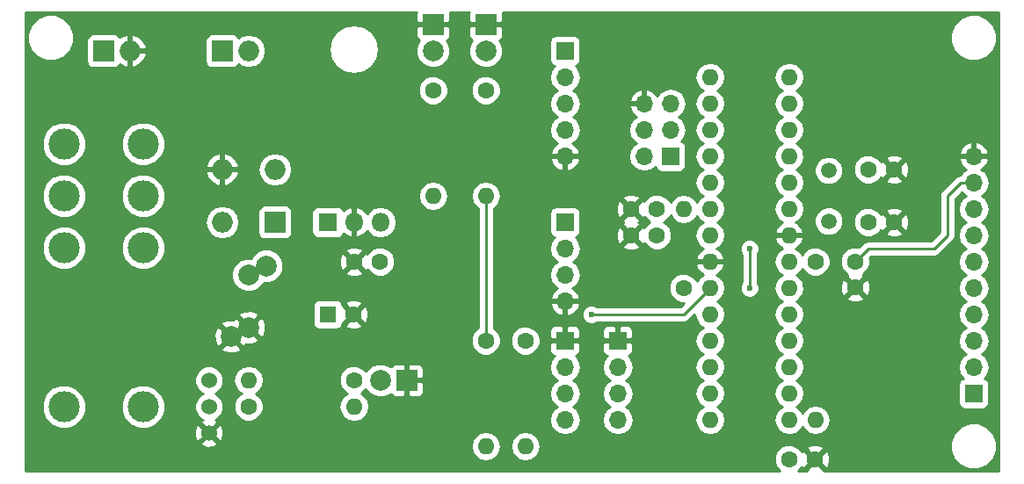
<source format=gbr>
G04 #@! TF.FileFunction,Copper,L1,Top,Signal*
%FSLAX46Y46*%
G04 Gerber Fmt 4.6, Leading zero omitted, Abs format (unit mm)*
G04 Created by KiCad (PCBNEW 4.0.7) date Thursday, 12. October 2017 'u30' 16:30:57*
%MOMM*%
%LPD*%
G01*
G04 APERTURE LIST*
%ADD10C,0.100000*%
%ADD11C,1.600000*%
%ADD12R,1.600000X1.600000*%
%ADD13O,2.000000X2.000000*%
%ADD14R,2.000000X2.000000*%
%ADD15O,1.600000X1.600000*%
%ADD16O,1.998980X1.998980*%
%ADD17R,1.998980X1.998980*%
%ADD18R,1.700000X1.700000*%
%ADD19O,1.700000X1.700000*%
%ADD20C,3.000000*%
%ADD21R,1.800000X1.800000*%
%ADD22O,1.800000X1.800000*%
%ADD23C,1.501140*%
%ADD24C,1.998980*%
%ADD25C,2.000000*%
%ADD26C,1.524000*%
%ADD27C,0.600000*%
%ADD28C,0.250000*%
%ADD29C,0.254000*%
G04 APERTURE END LIST*
D10*
D11*
X144780000Y-87630000D03*
X147280000Y-87630000D03*
X102870000Y-68580000D03*
X105370000Y-68580000D03*
X129540000Y-63500000D03*
X132040000Y-63500000D03*
X129540000Y-66040000D03*
X132040000Y-66040000D03*
D12*
X100330000Y-73660000D03*
D11*
X102830000Y-73660000D03*
X151130000Y-68580000D03*
X151130000Y-71080000D03*
X152400000Y-64770000D03*
X154900000Y-64770000D03*
X152400000Y-59690000D03*
X154900000Y-59690000D03*
D13*
X90170000Y-64770000D03*
X95250000Y-59690000D03*
X90170000Y-59690000D03*
D14*
X95250000Y-64770000D03*
D15*
X144780000Y-83820000D03*
X144780000Y-81280000D03*
X144780000Y-78740000D03*
X144780000Y-76200000D03*
X144780000Y-73660000D03*
X144780000Y-71120000D03*
X144780000Y-68580000D03*
X144780000Y-66040000D03*
X144780000Y-63500000D03*
X144780000Y-60960000D03*
X144780000Y-58420000D03*
X144780000Y-55880000D03*
X144780000Y-53340000D03*
X144780000Y-50800000D03*
X137160000Y-50800000D03*
X137160000Y-53340000D03*
X137160000Y-55880000D03*
X137160000Y-58420000D03*
X137160000Y-60960000D03*
X137160000Y-63500000D03*
X137160000Y-66040000D03*
X137160000Y-68580000D03*
X137160000Y-71120000D03*
X137160000Y-73660000D03*
X137160000Y-76200000D03*
X137160000Y-78740000D03*
X137160000Y-81280000D03*
X137160000Y-83820000D03*
D16*
X92710000Y-48260000D03*
D17*
X90170000Y-48260000D03*
D16*
X81280000Y-48260000D03*
D17*
X78740000Y-48260000D03*
D11*
X134620000Y-71120000D03*
D15*
X134620000Y-63500000D03*
D18*
X162560000Y-81280000D03*
D19*
X162560000Y-78740000D03*
X162560000Y-76200000D03*
X162560000Y-73660000D03*
X162560000Y-71120000D03*
X162560000Y-68580000D03*
X162560000Y-66040000D03*
X162560000Y-63500000D03*
X162560000Y-60960000D03*
X162560000Y-58420000D03*
D18*
X123190000Y-48260000D03*
D19*
X123190000Y-50800000D03*
X123190000Y-53340000D03*
X123190000Y-55880000D03*
X123190000Y-58420000D03*
D18*
X123190000Y-64770000D03*
D19*
X123190000Y-67310000D03*
X123190000Y-69850000D03*
X123190000Y-72390000D03*
D18*
X133350000Y-58420000D03*
D19*
X130810000Y-58420000D03*
X133350000Y-55880000D03*
X130810000Y-55880000D03*
X133350000Y-53340000D03*
X130810000Y-53340000D03*
D18*
X123190000Y-76200000D03*
D19*
X123190000Y-78740000D03*
X123190000Y-81280000D03*
X123190000Y-83820000D03*
D18*
X128270000Y-76200000D03*
D19*
X128270000Y-78740000D03*
X128270000Y-81280000D03*
X128270000Y-83820000D03*
D11*
X92710000Y-82550000D03*
D15*
X102870000Y-82550000D03*
D11*
X119380000Y-76200000D03*
D15*
X119380000Y-86360000D03*
D11*
X115570000Y-76200000D03*
D15*
X115570000Y-86360000D03*
D20*
X74930000Y-82550000D03*
X82550000Y-82550000D03*
X74930000Y-62230000D03*
X82550000Y-57230000D03*
X82550000Y-67230000D03*
X74930000Y-67230000D03*
X82550000Y-62230000D03*
X74930000Y-57230000D03*
D21*
X100330000Y-64770000D03*
D22*
X102870000Y-64770000D03*
X105410000Y-64770000D03*
D23*
X148590000Y-59789060D03*
X148590000Y-64670940D03*
D24*
X91010740Y-75791060D03*
X94409260Y-68988940D03*
X92710000Y-74930000D03*
X92710000Y-69850000D03*
D14*
X110490000Y-45720000D03*
D25*
X110490000Y-48260000D03*
D14*
X115570000Y-45720000D03*
D25*
X115570000Y-48260000D03*
D14*
X107950000Y-80010000D03*
D25*
X105410000Y-80010000D03*
D11*
X110490000Y-52070000D03*
D15*
X110490000Y-62230000D03*
D11*
X115570000Y-52070000D03*
D15*
X115570000Y-62230000D03*
D11*
X102870000Y-80010000D03*
D15*
X92710000Y-80010000D03*
D11*
X147320000Y-68580000D03*
D15*
X147320000Y-83820000D03*
D26*
X88900000Y-82550000D03*
X88900000Y-85090000D03*
X88900000Y-80010000D03*
D27*
X140970000Y-67310000D03*
X140970000Y-71120000D03*
X151130000Y-68580000D03*
X125730000Y-73660000D03*
D28*
X140970000Y-67310000D02*
X140970000Y-71120000D01*
X162560000Y-60960000D02*
X161290000Y-60960000D01*
X161290000Y-60960000D02*
X160020000Y-62230000D01*
X151130000Y-68580000D02*
X152400000Y-67310000D01*
X152400000Y-67310000D02*
X158750000Y-67310000D01*
X158750000Y-67310000D02*
X160020000Y-66040000D01*
X160020000Y-66040000D02*
X160020000Y-63500000D01*
X160020000Y-63500000D02*
X160020000Y-62230000D01*
X115570000Y-62230000D02*
X115570000Y-76200000D01*
X134620000Y-73660000D02*
X125730000Y-73660000D01*
X134620000Y-73660000D02*
X137160000Y-71120000D01*
D29*
G36*
X108855000Y-44593690D02*
X108855000Y-45434250D01*
X109013750Y-45593000D01*
X110363000Y-45593000D01*
X110363000Y-45573000D01*
X110617000Y-45573000D01*
X110617000Y-45593000D01*
X111966250Y-45593000D01*
X112125000Y-45434250D01*
X112125000Y-44593690D01*
X112118087Y-44577000D01*
X113941913Y-44577000D01*
X113935000Y-44593690D01*
X113935000Y-45434250D01*
X114093750Y-45593000D01*
X115443000Y-45593000D01*
X115443000Y-45573000D01*
X115697000Y-45573000D01*
X115697000Y-45593000D01*
X117046250Y-45593000D01*
X117205000Y-45434250D01*
X117205000Y-44593690D01*
X117198087Y-44577000D01*
X164973000Y-44577000D01*
X164973000Y-88773000D01*
X148067399Y-88773000D01*
X148108139Y-88637745D01*
X147280000Y-87809605D01*
X146451861Y-88637745D01*
X146492601Y-88773000D01*
X145666173Y-88773000D01*
X145995824Y-88443923D01*
X146023423Y-88377456D01*
X146026136Y-88384005D01*
X146272255Y-88458139D01*
X147100395Y-87630000D01*
X147459605Y-87630000D01*
X148287745Y-88458139D01*
X148533864Y-88384005D01*
X148726965Y-87846777D01*
X148699778Y-87276546D01*
X148533864Y-86875995D01*
X148290262Y-86802619D01*
X160324613Y-86802619D01*
X160664155Y-87624372D01*
X161292321Y-88253636D01*
X162113481Y-88594611D01*
X163002619Y-88595387D01*
X163824372Y-88255845D01*
X164453636Y-87627679D01*
X164794611Y-86806519D01*
X164795387Y-85917381D01*
X164455845Y-85095628D01*
X163827679Y-84466364D01*
X163006519Y-84125389D01*
X162117381Y-84124613D01*
X161295628Y-84464155D01*
X160666364Y-85092321D01*
X160325389Y-85913481D01*
X160324613Y-86802619D01*
X148290262Y-86802619D01*
X148287745Y-86801861D01*
X147459605Y-87630000D01*
X147100395Y-87630000D01*
X146272255Y-86801861D01*
X146026136Y-86875995D01*
X146023804Y-86882483D01*
X145997243Y-86818200D01*
X145801640Y-86622255D01*
X146451861Y-86622255D01*
X147280000Y-87450395D01*
X148108139Y-86622255D01*
X148034005Y-86376136D01*
X147496777Y-86183035D01*
X146926546Y-86210222D01*
X146525995Y-86376136D01*
X146451861Y-86622255D01*
X145801640Y-86622255D01*
X145593923Y-86414176D01*
X145066691Y-86195250D01*
X144495813Y-86194752D01*
X143968200Y-86412757D01*
X143564176Y-86816077D01*
X143345250Y-87343309D01*
X143344752Y-87914187D01*
X143562757Y-88441800D01*
X143893380Y-88773000D01*
X71247000Y-88773000D01*
X71247000Y-86070213D01*
X88099392Y-86070213D01*
X88168857Y-86312397D01*
X88692302Y-86499144D01*
X89247368Y-86471362D01*
X89584090Y-86331887D01*
X114135000Y-86331887D01*
X114135000Y-86388113D01*
X114244233Y-86937264D01*
X114555302Y-87402811D01*
X115020849Y-87713880D01*
X115570000Y-87823113D01*
X116119151Y-87713880D01*
X116584698Y-87402811D01*
X116895767Y-86937264D01*
X117005000Y-86388113D01*
X117005000Y-86331887D01*
X117945000Y-86331887D01*
X117945000Y-86388113D01*
X118054233Y-86937264D01*
X118365302Y-87402811D01*
X118830849Y-87713880D01*
X119380000Y-87823113D01*
X119929151Y-87713880D01*
X120394698Y-87402811D01*
X120705767Y-86937264D01*
X120815000Y-86388113D01*
X120815000Y-86331887D01*
X120705767Y-85782736D01*
X120394698Y-85317189D01*
X119929151Y-85006120D01*
X119380000Y-84896887D01*
X118830849Y-85006120D01*
X118365302Y-85317189D01*
X118054233Y-85782736D01*
X117945000Y-86331887D01*
X117005000Y-86331887D01*
X116895767Y-85782736D01*
X116584698Y-85317189D01*
X116119151Y-85006120D01*
X115570000Y-84896887D01*
X115020849Y-85006120D01*
X114555302Y-85317189D01*
X114244233Y-85782736D01*
X114135000Y-86331887D01*
X89584090Y-86331887D01*
X89631143Y-86312397D01*
X89700608Y-86070213D01*
X88900000Y-85269605D01*
X88099392Y-86070213D01*
X71247000Y-86070213D01*
X71247000Y-84882302D01*
X87490856Y-84882302D01*
X87518638Y-85437368D01*
X87677603Y-85821143D01*
X87919787Y-85890608D01*
X88720395Y-85090000D01*
X89079605Y-85090000D01*
X89880213Y-85890608D01*
X90122397Y-85821143D01*
X90309144Y-85297698D01*
X90281362Y-84742632D01*
X90122397Y-84358857D01*
X89880213Y-84289392D01*
X89079605Y-85090000D01*
X88720395Y-85090000D01*
X87919787Y-84289392D01*
X87677603Y-84358857D01*
X87490856Y-84882302D01*
X71247000Y-84882302D01*
X71247000Y-82972815D01*
X72794630Y-82972815D01*
X73118980Y-83757800D01*
X73719041Y-84358909D01*
X74503459Y-84684628D01*
X75352815Y-84685370D01*
X76137800Y-84361020D01*
X76738909Y-83760959D01*
X77064628Y-82976541D01*
X77064631Y-82972815D01*
X80414630Y-82972815D01*
X80738980Y-83757800D01*
X81339041Y-84358909D01*
X82123459Y-84684628D01*
X82972815Y-84685370D01*
X83757800Y-84361020D01*
X84358909Y-83760959D01*
X84684628Y-82976541D01*
X84685370Y-82127185D01*
X84361020Y-81342200D01*
X83760959Y-80741091D01*
X82976541Y-80415372D01*
X82127185Y-80414630D01*
X81342200Y-80738980D01*
X80741091Y-81339041D01*
X80415372Y-82123459D01*
X80414630Y-82972815D01*
X77064631Y-82972815D01*
X77065370Y-82127185D01*
X76741020Y-81342200D01*
X76140959Y-80741091D01*
X75356541Y-80415372D01*
X74507185Y-80414630D01*
X73722200Y-80738980D01*
X73121091Y-81339041D01*
X72795372Y-82123459D01*
X72794630Y-82972815D01*
X71247000Y-82972815D01*
X71247000Y-80286661D01*
X87502758Y-80286661D01*
X87714990Y-80800303D01*
X88107630Y-81193629D01*
X88315512Y-81279949D01*
X88109697Y-81364990D01*
X87716371Y-81757630D01*
X87503243Y-82270900D01*
X87502758Y-82826661D01*
X87714990Y-83340303D01*
X88107630Y-83733629D01*
X88299727Y-83813395D01*
X88168857Y-83867603D01*
X88099392Y-84109787D01*
X88900000Y-84910395D01*
X89700608Y-84109787D01*
X89631143Y-83867603D01*
X89490682Y-83817491D01*
X89690303Y-83735010D01*
X90083629Y-83342370D01*
X90296757Y-82829100D01*
X90297242Y-82273339D01*
X90085010Y-81759697D01*
X89692370Y-81366371D01*
X89484488Y-81280051D01*
X89690303Y-81195010D01*
X90083629Y-80802370D01*
X90296757Y-80289100D01*
X90297000Y-80010000D01*
X91246887Y-80010000D01*
X91356120Y-80559151D01*
X91667189Y-81024698D01*
X92040336Y-81274027D01*
X91898200Y-81332757D01*
X91494176Y-81736077D01*
X91275250Y-82263309D01*
X91274752Y-82834187D01*
X91492757Y-83361800D01*
X91896077Y-83765824D01*
X92423309Y-83984750D01*
X92994187Y-83985248D01*
X93521800Y-83767243D01*
X93925824Y-83363923D01*
X94144750Y-82836691D01*
X94145000Y-82550000D01*
X101406887Y-82550000D01*
X101516120Y-83099151D01*
X101827189Y-83564698D01*
X102292736Y-83875767D01*
X102841887Y-83985000D01*
X102898113Y-83985000D01*
X103447264Y-83875767D01*
X103912811Y-83564698D01*
X104223880Y-83099151D01*
X104333113Y-82550000D01*
X104223880Y-82000849D01*
X103912811Y-81535302D01*
X103539664Y-81285973D01*
X103681800Y-81227243D01*
X104008944Y-80900669D01*
X104023106Y-80934943D01*
X104482637Y-81395278D01*
X105083352Y-81644716D01*
X105733795Y-81645284D01*
X106334943Y-81396894D01*
X106397197Y-81334749D01*
X106411673Y-81369698D01*
X106590301Y-81548327D01*
X106823690Y-81645000D01*
X107664250Y-81645000D01*
X107823000Y-81486250D01*
X107823000Y-80137000D01*
X108077000Y-80137000D01*
X108077000Y-81486250D01*
X108235750Y-81645000D01*
X109076310Y-81645000D01*
X109309699Y-81548327D01*
X109488327Y-81369698D01*
X109585000Y-81136309D01*
X109585000Y-80295750D01*
X109426250Y-80137000D01*
X108077000Y-80137000D01*
X107823000Y-80137000D01*
X107803000Y-80137000D01*
X107803000Y-79883000D01*
X107823000Y-79883000D01*
X107823000Y-78533750D01*
X108077000Y-78533750D01*
X108077000Y-79883000D01*
X109426250Y-79883000D01*
X109585000Y-79724250D01*
X109585000Y-78883691D01*
X109525482Y-78740000D01*
X121675907Y-78740000D01*
X121788946Y-79308285D01*
X122110853Y-79790054D01*
X122440026Y-80010000D01*
X122110853Y-80229946D01*
X121788946Y-80711715D01*
X121675907Y-81280000D01*
X121788946Y-81848285D01*
X122110853Y-82330054D01*
X122440026Y-82550000D01*
X122110853Y-82769946D01*
X121788946Y-83251715D01*
X121675907Y-83820000D01*
X121788946Y-84388285D01*
X122110853Y-84870054D01*
X122592622Y-85191961D01*
X123160907Y-85305000D01*
X123219093Y-85305000D01*
X123787378Y-85191961D01*
X124269147Y-84870054D01*
X124591054Y-84388285D01*
X124704093Y-83820000D01*
X124591054Y-83251715D01*
X124269147Y-82769946D01*
X123939974Y-82550000D01*
X124269147Y-82330054D01*
X124591054Y-81848285D01*
X124704093Y-81280000D01*
X124591054Y-80711715D01*
X124269147Y-80229946D01*
X123939974Y-80010000D01*
X124269147Y-79790054D01*
X124591054Y-79308285D01*
X124704093Y-78740000D01*
X126755907Y-78740000D01*
X126868946Y-79308285D01*
X127190853Y-79790054D01*
X127520026Y-80010000D01*
X127190853Y-80229946D01*
X126868946Y-80711715D01*
X126755907Y-81280000D01*
X126868946Y-81848285D01*
X127190853Y-82330054D01*
X127520026Y-82550000D01*
X127190853Y-82769946D01*
X126868946Y-83251715D01*
X126755907Y-83820000D01*
X126868946Y-84388285D01*
X127190853Y-84870054D01*
X127672622Y-85191961D01*
X128240907Y-85305000D01*
X128299093Y-85305000D01*
X128867378Y-85191961D01*
X129349147Y-84870054D01*
X129671054Y-84388285D01*
X129784093Y-83820000D01*
X129671054Y-83251715D01*
X129349147Y-82769946D01*
X129019974Y-82550000D01*
X129349147Y-82330054D01*
X129671054Y-81848285D01*
X129784093Y-81280000D01*
X129671054Y-80711715D01*
X129349147Y-80229946D01*
X129019974Y-80010000D01*
X129349147Y-79790054D01*
X129671054Y-79308285D01*
X129784093Y-78740000D01*
X129671054Y-78171715D01*
X129349147Y-77689946D01*
X129305223Y-77660597D01*
X129479698Y-77588327D01*
X129658327Y-77409699D01*
X129755000Y-77176310D01*
X129755000Y-76485750D01*
X129596250Y-76327000D01*
X128397000Y-76327000D01*
X128397000Y-76347000D01*
X128143000Y-76347000D01*
X128143000Y-76327000D01*
X126943750Y-76327000D01*
X126785000Y-76485750D01*
X126785000Y-77176310D01*
X126881673Y-77409699D01*
X127060302Y-77588327D01*
X127234777Y-77660597D01*
X127190853Y-77689946D01*
X126868946Y-78171715D01*
X126755907Y-78740000D01*
X124704093Y-78740000D01*
X124591054Y-78171715D01*
X124269147Y-77689946D01*
X124225223Y-77660597D01*
X124399698Y-77588327D01*
X124578327Y-77409699D01*
X124675000Y-77176310D01*
X124675000Y-76485750D01*
X124516250Y-76327000D01*
X123317000Y-76327000D01*
X123317000Y-76347000D01*
X123063000Y-76347000D01*
X123063000Y-76327000D01*
X121863750Y-76327000D01*
X121705000Y-76485750D01*
X121705000Y-77176310D01*
X121801673Y-77409699D01*
X121980302Y-77588327D01*
X122154777Y-77660597D01*
X122110853Y-77689946D01*
X121788946Y-78171715D01*
X121675907Y-78740000D01*
X109525482Y-78740000D01*
X109488327Y-78650302D01*
X109309699Y-78471673D01*
X109076310Y-78375000D01*
X108235750Y-78375000D01*
X108077000Y-78533750D01*
X107823000Y-78533750D01*
X107664250Y-78375000D01*
X106823690Y-78375000D01*
X106590301Y-78471673D01*
X106411673Y-78650302D01*
X106397370Y-78684834D01*
X106337363Y-78624722D01*
X105736648Y-78375284D01*
X105086205Y-78374716D01*
X104485057Y-78623106D01*
X104024722Y-79082637D01*
X104009199Y-79120020D01*
X103683923Y-78794176D01*
X103156691Y-78575250D01*
X102585813Y-78574752D01*
X102058200Y-78792757D01*
X101654176Y-79196077D01*
X101435250Y-79723309D01*
X101434752Y-80294187D01*
X101652757Y-80821800D01*
X102056077Y-81225824D01*
X102200564Y-81285820D01*
X101827189Y-81535302D01*
X101516120Y-82000849D01*
X101406887Y-82550000D01*
X94145000Y-82550000D01*
X94145248Y-82265813D01*
X93927243Y-81738200D01*
X93523923Y-81334176D01*
X93379436Y-81274180D01*
X93752811Y-81024698D01*
X94063880Y-80559151D01*
X94173113Y-80010000D01*
X94063880Y-79460849D01*
X93752811Y-78995302D01*
X93287264Y-78684233D01*
X92738113Y-78575000D01*
X92681887Y-78575000D01*
X92132736Y-78684233D01*
X91667189Y-78995302D01*
X91356120Y-79460849D01*
X91246887Y-80010000D01*
X90297000Y-80010000D01*
X90297242Y-79733339D01*
X90085010Y-79219697D01*
X89692370Y-78826371D01*
X89179100Y-78613243D01*
X88623339Y-78612758D01*
X88109697Y-78824990D01*
X87716371Y-79217630D01*
X87503243Y-79730900D01*
X87502758Y-80286661D01*
X71247000Y-80286661D01*
X71247000Y-76943223D01*
X90038183Y-76943223D01*
X90136782Y-77210025D01*
X90746322Y-77436461D01*
X91396117Y-77412401D01*
X91884698Y-77210025D01*
X91983297Y-76943223D01*
X91010740Y-75970665D01*
X90038183Y-76943223D01*
X71247000Y-76943223D01*
X71247000Y-75526642D01*
X89365339Y-75526642D01*
X89389399Y-76176437D01*
X89591775Y-76665018D01*
X89858577Y-76763617D01*
X90831135Y-75791060D01*
X89858577Y-74818503D01*
X89591775Y-74917102D01*
X89365339Y-75526642D01*
X71247000Y-75526642D01*
X71247000Y-74638897D01*
X90038183Y-74638897D01*
X91010740Y-75611455D01*
X91024883Y-75597313D01*
X91204488Y-75776918D01*
X91190345Y-75791060D01*
X92162903Y-76763617D01*
X92429705Y-76665018D01*
X92463239Y-76574747D01*
X93095377Y-76551341D01*
X93257501Y-76484187D01*
X114134752Y-76484187D01*
X114352757Y-77011800D01*
X114756077Y-77415824D01*
X115283309Y-77634750D01*
X115854187Y-77635248D01*
X116381800Y-77417243D01*
X116785824Y-77013923D01*
X117004750Y-76486691D01*
X117004752Y-76484187D01*
X117944752Y-76484187D01*
X118162757Y-77011800D01*
X118566077Y-77415824D01*
X119093309Y-77634750D01*
X119664187Y-77635248D01*
X120191800Y-77417243D01*
X120595824Y-77013923D01*
X120814750Y-76486691D01*
X120815248Y-75915813D01*
X120597243Y-75388200D01*
X120433020Y-75223690D01*
X121705000Y-75223690D01*
X121705000Y-75914250D01*
X121863750Y-76073000D01*
X123063000Y-76073000D01*
X123063000Y-74873750D01*
X123317000Y-74873750D01*
X123317000Y-76073000D01*
X124516250Y-76073000D01*
X124675000Y-75914250D01*
X124675000Y-75223690D01*
X126785000Y-75223690D01*
X126785000Y-75914250D01*
X126943750Y-76073000D01*
X128143000Y-76073000D01*
X128143000Y-74873750D01*
X128397000Y-74873750D01*
X128397000Y-76073000D01*
X129596250Y-76073000D01*
X129755000Y-75914250D01*
X129755000Y-75223690D01*
X129658327Y-74990301D01*
X129479698Y-74811673D01*
X129246309Y-74715000D01*
X128555750Y-74715000D01*
X128397000Y-74873750D01*
X128143000Y-74873750D01*
X127984250Y-74715000D01*
X127293691Y-74715000D01*
X127060302Y-74811673D01*
X126881673Y-74990301D01*
X126785000Y-75223690D01*
X124675000Y-75223690D01*
X124578327Y-74990301D01*
X124399698Y-74811673D01*
X124166309Y-74715000D01*
X123475750Y-74715000D01*
X123317000Y-74873750D01*
X123063000Y-74873750D01*
X122904250Y-74715000D01*
X122213691Y-74715000D01*
X121980302Y-74811673D01*
X121801673Y-74990301D01*
X121705000Y-75223690D01*
X120433020Y-75223690D01*
X120193923Y-74984176D01*
X119666691Y-74765250D01*
X119095813Y-74764752D01*
X118568200Y-74982757D01*
X118164176Y-75386077D01*
X117945250Y-75913309D01*
X117944752Y-76484187D01*
X117004752Y-76484187D01*
X117005248Y-75915813D01*
X116787243Y-75388200D01*
X116383923Y-74984176D01*
X116330000Y-74961785D01*
X116330000Y-73845167D01*
X124794838Y-73845167D01*
X124936883Y-74188943D01*
X125199673Y-74452192D01*
X125543201Y-74594838D01*
X125915167Y-74595162D01*
X126258943Y-74453117D01*
X126292118Y-74420000D01*
X134620000Y-74420000D01*
X134910839Y-74362148D01*
X135157401Y-74197401D01*
X135697405Y-73657397D01*
X135696887Y-73660000D01*
X135806120Y-74209151D01*
X136117189Y-74674698D01*
X136499275Y-74930000D01*
X136117189Y-75185302D01*
X135806120Y-75650849D01*
X135696887Y-76200000D01*
X135806120Y-76749151D01*
X136117189Y-77214698D01*
X136499275Y-77470000D01*
X136117189Y-77725302D01*
X135806120Y-78190849D01*
X135696887Y-78740000D01*
X135806120Y-79289151D01*
X136117189Y-79754698D01*
X136499275Y-80010000D01*
X136117189Y-80265302D01*
X135806120Y-80730849D01*
X135696887Y-81280000D01*
X135806120Y-81829151D01*
X136117189Y-82294698D01*
X136499275Y-82550000D01*
X136117189Y-82805302D01*
X135806120Y-83270849D01*
X135696887Y-83820000D01*
X135806120Y-84369151D01*
X136117189Y-84834698D01*
X136582736Y-85145767D01*
X137131887Y-85255000D01*
X137188113Y-85255000D01*
X137737264Y-85145767D01*
X138202811Y-84834698D01*
X138513880Y-84369151D01*
X138623113Y-83820000D01*
X138513880Y-83270849D01*
X138202811Y-82805302D01*
X137820725Y-82550000D01*
X138202811Y-82294698D01*
X138513880Y-81829151D01*
X138623113Y-81280000D01*
X138513880Y-80730849D01*
X138202811Y-80265302D01*
X137820725Y-80010000D01*
X138202811Y-79754698D01*
X138513880Y-79289151D01*
X138623113Y-78740000D01*
X138513880Y-78190849D01*
X138202811Y-77725302D01*
X137820725Y-77470000D01*
X138202811Y-77214698D01*
X138513880Y-76749151D01*
X138623113Y-76200000D01*
X138513880Y-75650849D01*
X138202811Y-75185302D01*
X137820725Y-74930000D01*
X138202811Y-74674698D01*
X138513880Y-74209151D01*
X138623113Y-73660000D01*
X138513880Y-73110849D01*
X138202811Y-72645302D01*
X137820725Y-72390000D01*
X138202811Y-72134698D01*
X138513880Y-71669151D01*
X138623113Y-71120000D01*
X138513880Y-70570849D01*
X138202811Y-70105302D01*
X137798297Y-69835014D01*
X138015134Y-69732389D01*
X138391041Y-69317423D01*
X138551904Y-68929039D01*
X138429915Y-68707000D01*
X137287000Y-68707000D01*
X137287000Y-68727000D01*
X137033000Y-68727000D01*
X137033000Y-68707000D01*
X135890085Y-68707000D01*
X135768096Y-68929039D01*
X135928959Y-69317423D01*
X136304866Y-69732389D01*
X136521703Y-69835014D01*
X136117189Y-70105302D01*
X135892408Y-70441710D01*
X135837243Y-70308200D01*
X135433923Y-69904176D01*
X134906691Y-69685250D01*
X134335813Y-69684752D01*
X133808200Y-69902757D01*
X133404176Y-70306077D01*
X133185250Y-70833309D01*
X133184752Y-71404187D01*
X133402757Y-71931800D01*
X133806077Y-72335824D01*
X134333309Y-72554750D01*
X134650172Y-72555026D01*
X134305198Y-72900000D01*
X126292463Y-72900000D01*
X126260327Y-72867808D01*
X125916799Y-72725162D01*
X125544833Y-72724838D01*
X125201057Y-72866883D01*
X124937808Y-73129673D01*
X124795162Y-73473201D01*
X124794838Y-73845167D01*
X116330000Y-73845167D01*
X116330000Y-72746890D01*
X121748524Y-72746890D01*
X121918355Y-73156924D01*
X122308642Y-73585183D01*
X122833108Y-73831486D01*
X123063000Y-73710819D01*
X123063000Y-72517000D01*
X123317000Y-72517000D01*
X123317000Y-73710819D01*
X123546892Y-73831486D01*
X124071358Y-73585183D01*
X124461645Y-73156924D01*
X124631476Y-72746890D01*
X124510155Y-72517000D01*
X123317000Y-72517000D01*
X123063000Y-72517000D01*
X121869845Y-72517000D01*
X121748524Y-72746890D01*
X116330000Y-72746890D01*
X116330000Y-67310000D01*
X121675907Y-67310000D01*
X121788946Y-67878285D01*
X122110853Y-68360054D01*
X122440026Y-68580000D01*
X122110853Y-68799946D01*
X121788946Y-69281715D01*
X121675907Y-69850000D01*
X121788946Y-70418285D01*
X122110853Y-70900054D01*
X122451553Y-71127702D01*
X122308642Y-71194817D01*
X121918355Y-71623076D01*
X121748524Y-72033110D01*
X121869845Y-72263000D01*
X123063000Y-72263000D01*
X123063000Y-72243000D01*
X123317000Y-72243000D01*
X123317000Y-72263000D01*
X124510155Y-72263000D01*
X124631476Y-72033110D01*
X124461645Y-71623076D01*
X124071358Y-71194817D01*
X123928447Y-71127702D01*
X124269147Y-70900054D01*
X124591054Y-70418285D01*
X124704093Y-69850000D01*
X124591054Y-69281715D01*
X124269147Y-68799946D01*
X123939974Y-68580000D01*
X124269147Y-68360054D01*
X124591054Y-67878285D01*
X124704093Y-67310000D01*
X124651928Y-67047745D01*
X128711861Y-67047745D01*
X128785995Y-67293864D01*
X129323223Y-67486965D01*
X129893454Y-67459778D01*
X130294005Y-67293864D01*
X130368139Y-67047745D01*
X129540000Y-66219605D01*
X128711861Y-67047745D01*
X124651928Y-67047745D01*
X124591054Y-66741715D01*
X124269147Y-66259946D01*
X124227548Y-66232150D01*
X124275317Y-66223162D01*
X124491441Y-66084090D01*
X124636431Y-65871890D01*
X124646286Y-65823223D01*
X128093035Y-65823223D01*
X128120222Y-66393454D01*
X128286136Y-66794005D01*
X128532255Y-66868139D01*
X129360395Y-66040000D01*
X128532255Y-65211861D01*
X128286136Y-65285995D01*
X128093035Y-65823223D01*
X124646286Y-65823223D01*
X124687440Y-65620000D01*
X124687440Y-64507745D01*
X128711861Y-64507745D01*
X128785995Y-64753864D01*
X128827709Y-64768858D01*
X128785995Y-64786136D01*
X128711861Y-65032255D01*
X129540000Y-65860395D01*
X130368139Y-65032255D01*
X130294005Y-64786136D01*
X130252291Y-64771142D01*
X130294005Y-64753864D01*
X130368139Y-64507745D01*
X129540000Y-63679605D01*
X128711861Y-64507745D01*
X124687440Y-64507745D01*
X124687440Y-63920000D01*
X124643162Y-63684683D01*
X124504090Y-63468559D01*
X124291890Y-63323569D01*
X124092656Y-63283223D01*
X128093035Y-63283223D01*
X128120222Y-63853454D01*
X128286136Y-64254005D01*
X128532255Y-64328139D01*
X129360395Y-63500000D01*
X129719605Y-63500000D01*
X130547745Y-64328139D01*
X130793864Y-64254005D01*
X130796196Y-64247517D01*
X130822757Y-64311800D01*
X131226077Y-64715824D01*
X131356215Y-64769862D01*
X131228200Y-64822757D01*
X130824176Y-65226077D01*
X130796577Y-65292544D01*
X130793864Y-65285995D01*
X130547745Y-65211861D01*
X129719605Y-66040000D01*
X130547745Y-66868139D01*
X130793864Y-66794005D01*
X130796196Y-66787517D01*
X130822757Y-66851800D01*
X131226077Y-67255824D01*
X131753309Y-67474750D01*
X132324187Y-67475248D01*
X132851800Y-67257243D01*
X133255824Y-66853923D01*
X133474750Y-66326691D01*
X133475248Y-65755813D01*
X133257243Y-65228200D01*
X132853923Y-64824176D01*
X132723785Y-64770138D01*
X132851800Y-64717243D01*
X133255824Y-64313923D01*
X133331151Y-64132516D01*
X133605302Y-64542811D01*
X134070849Y-64853880D01*
X134620000Y-64963113D01*
X135169151Y-64853880D01*
X135634698Y-64542811D01*
X135885336Y-64167706D01*
X136117189Y-64514698D01*
X136499275Y-64770000D01*
X136117189Y-65025302D01*
X135806120Y-65490849D01*
X135696887Y-66040000D01*
X135806120Y-66589151D01*
X136117189Y-67054698D01*
X136521703Y-67324986D01*
X136304866Y-67427611D01*
X135928959Y-67842577D01*
X135768096Y-68230961D01*
X135890085Y-68453000D01*
X137033000Y-68453000D01*
X137033000Y-68433000D01*
X137287000Y-68433000D01*
X137287000Y-68453000D01*
X138429915Y-68453000D01*
X138551904Y-68230961D01*
X138391041Y-67842577D01*
X138076332Y-67495167D01*
X140034838Y-67495167D01*
X140176883Y-67838943D01*
X140210000Y-67872118D01*
X140210000Y-70557537D01*
X140177808Y-70589673D01*
X140035162Y-70933201D01*
X140034838Y-71305167D01*
X140176883Y-71648943D01*
X140439673Y-71912192D01*
X140783201Y-72054838D01*
X141155167Y-72055162D01*
X141498943Y-71913117D01*
X141762192Y-71650327D01*
X141904838Y-71306799D01*
X141905162Y-70934833D01*
X141763117Y-70591057D01*
X141730000Y-70557882D01*
X141730000Y-68580000D01*
X143316887Y-68580000D01*
X143426120Y-69129151D01*
X143737189Y-69594698D01*
X144119275Y-69850000D01*
X143737189Y-70105302D01*
X143426120Y-70570849D01*
X143316887Y-71120000D01*
X143426120Y-71669151D01*
X143737189Y-72134698D01*
X144119275Y-72390000D01*
X143737189Y-72645302D01*
X143426120Y-73110849D01*
X143316887Y-73660000D01*
X143426120Y-74209151D01*
X143737189Y-74674698D01*
X144119275Y-74930000D01*
X143737189Y-75185302D01*
X143426120Y-75650849D01*
X143316887Y-76200000D01*
X143426120Y-76749151D01*
X143737189Y-77214698D01*
X144119275Y-77470000D01*
X143737189Y-77725302D01*
X143426120Y-78190849D01*
X143316887Y-78740000D01*
X143426120Y-79289151D01*
X143737189Y-79754698D01*
X144119275Y-80010000D01*
X143737189Y-80265302D01*
X143426120Y-80730849D01*
X143316887Y-81280000D01*
X143426120Y-81829151D01*
X143737189Y-82294698D01*
X144119275Y-82550000D01*
X143737189Y-82805302D01*
X143426120Y-83270849D01*
X143316887Y-83820000D01*
X143426120Y-84369151D01*
X143737189Y-84834698D01*
X144202736Y-85145767D01*
X144751887Y-85255000D01*
X144808113Y-85255000D01*
X145357264Y-85145767D01*
X145822811Y-84834698D01*
X146054664Y-84487706D01*
X146305302Y-84862811D01*
X146770849Y-85173880D01*
X147320000Y-85283113D01*
X147869151Y-85173880D01*
X148334698Y-84862811D01*
X148645767Y-84397264D01*
X148755000Y-83848113D01*
X148755000Y-83791887D01*
X148645767Y-83242736D01*
X148334698Y-82777189D01*
X147869151Y-82466120D01*
X147320000Y-82356887D01*
X146770849Y-82466120D01*
X146305302Y-82777189D01*
X146054664Y-83152294D01*
X145822811Y-82805302D01*
X145440725Y-82550000D01*
X145822811Y-82294698D01*
X146133880Y-81829151D01*
X146243113Y-81280000D01*
X146133880Y-80730849D01*
X145822811Y-80265302D01*
X145440725Y-80010000D01*
X145822811Y-79754698D01*
X146133880Y-79289151D01*
X146243113Y-78740000D01*
X146133880Y-78190849D01*
X145822811Y-77725302D01*
X145440725Y-77470000D01*
X145822811Y-77214698D01*
X146133880Y-76749151D01*
X146243113Y-76200000D01*
X146133880Y-75650849D01*
X145822811Y-75185302D01*
X145440725Y-74930000D01*
X145822811Y-74674698D01*
X146133880Y-74209151D01*
X146243113Y-73660000D01*
X146133880Y-73110849D01*
X145822811Y-72645302D01*
X145440725Y-72390000D01*
X145822811Y-72134698D01*
X145854184Y-72087745D01*
X150301861Y-72087745D01*
X150375995Y-72333864D01*
X150913223Y-72526965D01*
X151483454Y-72499778D01*
X151884005Y-72333864D01*
X151958139Y-72087745D01*
X151130000Y-71259605D01*
X150301861Y-72087745D01*
X145854184Y-72087745D01*
X146133880Y-71669151D01*
X146243113Y-71120000D01*
X146192037Y-70863223D01*
X149683035Y-70863223D01*
X149710222Y-71433454D01*
X149876136Y-71834005D01*
X150122255Y-71908139D01*
X150950395Y-71080000D01*
X151309605Y-71080000D01*
X152137745Y-71908139D01*
X152383864Y-71834005D01*
X152576965Y-71296777D01*
X152549778Y-70726546D01*
X152383864Y-70325995D01*
X152137745Y-70251861D01*
X151309605Y-71080000D01*
X150950395Y-71080000D01*
X150122255Y-70251861D01*
X149876136Y-70325995D01*
X149683035Y-70863223D01*
X146192037Y-70863223D01*
X146133880Y-70570849D01*
X145822811Y-70105302D01*
X145440725Y-69850000D01*
X145822811Y-69594698D01*
X146047592Y-69258290D01*
X146102757Y-69391800D01*
X146506077Y-69795824D01*
X147033309Y-70014750D01*
X147604187Y-70015248D01*
X148131800Y-69797243D01*
X148535824Y-69393923D01*
X148754750Y-68866691D01*
X148754752Y-68864187D01*
X149694752Y-68864187D01*
X149912757Y-69391800D01*
X150316077Y-69795824D01*
X150382544Y-69823423D01*
X150375995Y-69826136D01*
X150301861Y-70072255D01*
X151130000Y-70900395D01*
X151958139Y-70072255D01*
X151884005Y-69826136D01*
X151877517Y-69823804D01*
X151941800Y-69797243D01*
X152345824Y-69393923D01*
X152564750Y-68866691D01*
X152565248Y-68295813D01*
X152542951Y-68241851D01*
X152714802Y-68070000D01*
X158750000Y-68070000D01*
X159040839Y-68012148D01*
X159287401Y-67847401D01*
X160557401Y-66577401D01*
X160722148Y-66330840D01*
X160780000Y-66040000D01*
X160780000Y-62544802D01*
X161414321Y-61910481D01*
X161480853Y-62010054D01*
X161810026Y-62230000D01*
X161480853Y-62449946D01*
X161158946Y-62931715D01*
X161045907Y-63500000D01*
X161158946Y-64068285D01*
X161480853Y-64550054D01*
X161810026Y-64770000D01*
X161480853Y-64989946D01*
X161158946Y-65471715D01*
X161045907Y-66040000D01*
X161158946Y-66608285D01*
X161480853Y-67090054D01*
X161810026Y-67310000D01*
X161480853Y-67529946D01*
X161158946Y-68011715D01*
X161045907Y-68580000D01*
X161158946Y-69148285D01*
X161480853Y-69630054D01*
X161810026Y-69850000D01*
X161480853Y-70069946D01*
X161158946Y-70551715D01*
X161045907Y-71120000D01*
X161158946Y-71688285D01*
X161480853Y-72170054D01*
X161810026Y-72390000D01*
X161480853Y-72609946D01*
X161158946Y-73091715D01*
X161045907Y-73660000D01*
X161158946Y-74228285D01*
X161480853Y-74710054D01*
X161810026Y-74930000D01*
X161480853Y-75149946D01*
X161158946Y-75631715D01*
X161045907Y-76200000D01*
X161158946Y-76768285D01*
X161480853Y-77250054D01*
X161810026Y-77470000D01*
X161480853Y-77689946D01*
X161158946Y-78171715D01*
X161045907Y-78740000D01*
X161158946Y-79308285D01*
X161480853Y-79790054D01*
X161522452Y-79817850D01*
X161474683Y-79826838D01*
X161258559Y-79965910D01*
X161113569Y-80178110D01*
X161062560Y-80430000D01*
X161062560Y-82130000D01*
X161106838Y-82365317D01*
X161245910Y-82581441D01*
X161458110Y-82726431D01*
X161710000Y-82777440D01*
X163410000Y-82777440D01*
X163645317Y-82733162D01*
X163861441Y-82594090D01*
X164006431Y-82381890D01*
X164057440Y-82130000D01*
X164057440Y-80430000D01*
X164013162Y-80194683D01*
X163874090Y-79978559D01*
X163661890Y-79833569D01*
X163594459Y-79819914D01*
X163639147Y-79790054D01*
X163961054Y-79308285D01*
X164074093Y-78740000D01*
X163961054Y-78171715D01*
X163639147Y-77689946D01*
X163309974Y-77470000D01*
X163639147Y-77250054D01*
X163961054Y-76768285D01*
X164074093Y-76200000D01*
X163961054Y-75631715D01*
X163639147Y-75149946D01*
X163309974Y-74930000D01*
X163639147Y-74710054D01*
X163961054Y-74228285D01*
X164074093Y-73660000D01*
X163961054Y-73091715D01*
X163639147Y-72609946D01*
X163309974Y-72390000D01*
X163639147Y-72170054D01*
X163961054Y-71688285D01*
X164074093Y-71120000D01*
X163961054Y-70551715D01*
X163639147Y-70069946D01*
X163309974Y-69850000D01*
X163639147Y-69630054D01*
X163961054Y-69148285D01*
X164074093Y-68580000D01*
X163961054Y-68011715D01*
X163639147Y-67529946D01*
X163309974Y-67310000D01*
X163639147Y-67090054D01*
X163961054Y-66608285D01*
X164074093Y-66040000D01*
X163961054Y-65471715D01*
X163639147Y-64989946D01*
X163309974Y-64770000D01*
X163639147Y-64550054D01*
X163961054Y-64068285D01*
X164074093Y-63500000D01*
X163961054Y-62931715D01*
X163639147Y-62449946D01*
X163309974Y-62230000D01*
X163639147Y-62010054D01*
X163961054Y-61528285D01*
X164074093Y-60960000D01*
X163961054Y-60391715D01*
X163639147Y-59909946D01*
X163298447Y-59682298D01*
X163441358Y-59615183D01*
X163831645Y-59186924D01*
X164001476Y-58776890D01*
X163880155Y-58547000D01*
X162687000Y-58547000D01*
X162687000Y-58567000D01*
X162433000Y-58567000D01*
X162433000Y-58547000D01*
X161239845Y-58547000D01*
X161118524Y-58776890D01*
X161288355Y-59186924D01*
X161678642Y-59615183D01*
X161821553Y-59682298D01*
X161480853Y-59909946D01*
X161286593Y-60200678D01*
X160999160Y-60257852D01*
X160752599Y-60422599D01*
X159482599Y-61692599D01*
X159317852Y-61939161D01*
X159260000Y-62230000D01*
X159260000Y-65725198D01*
X158435198Y-66550000D01*
X152400000Y-66550000D01*
X152109160Y-66607852D01*
X151862599Y-66772599D01*
X151468454Y-67166744D01*
X151416691Y-67145250D01*
X150845813Y-67144752D01*
X150318200Y-67362757D01*
X149914176Y-67766077D01*
X149695250Y-68293309D01*
X149694752Y-68864187D01*
X148754752Y-68864187D01*
X148755248Y-68295813D01*
X148537243Y-67768200D01*
X148133923Y-67364176D01*
X147606691Y-67145250D01*
X147035813Y-67144752D01*
X146508200Y-67362757D01*
X146104176Y-67766077D01*
X146047755Y-67901954D01*
X145822811Y-67565302D01*
X145418297Y-67295014D01*
X145635134Y-67192389D01*
X146011041Y-66777423D01*
X146171904Y-66389039D01*
X146049915Y-66167000D01*
X144907000Y-66167000D01*
X144907000Y-66187000D01*
X144653000Y-66187000D01*
X144653000Y-66167000D01*
X143510085Y-66167000D01*
X143388096Y-66389039D01*
X143548959Y-66777423D01*
X143924866Y-67192389D01*
X144141703Y-67295014D01*
X143737189Y-67565302D01*
X143426120Y-68030849D01*
X143316887Y-68580000D01*
X141730000Y-68580000D01*
X141730000Y-67872463D01*
X141762192Y-67840327D01*
X141904838Y-67496799D01*
X141905162Y-67124833D01*
X141763117Y-66781057D01*
X141500327Y-66517808D01*
X141156799Y-66375162D01*
X140784833Y-66374838D01*
X140441057Y-66516883D01*
X140177808Y-66779673D01*
X140035162Y-67123201D01*
X140034838Y-67495167D01*
X138076332Y-67495167D01*
X138015134Y-67427611D01*
X137798297Y-67324986D01*
X138202811Y-67054698D01*
X138513880Y-66589151D01*
X138623113Y-66040000D01*
X138513880Y-65490849D01*
X138202811Y-65025302D01*
X137820725Y-64770000D01*
X138202811Y-64514698D01*
X138513880Y-64049151D01*
X138623113Y-63500000D01*
X138513880Y-62950849D01*
X138202811Y-62485302D01*
X137820725Y-62230000D01*
X138202811Y-61974698D01*
X138513880Y-61509151D01*
X138623113Y-60960000D01*
X138513880Y-60410849D01*
X138202811Y-59945302D01*
X137820725Y-59690000D01*
X138202811Y-59434698D01*
X138513880Y-58969151D01*
X138623113Y-58420000D01*
X138513880Y-57870849D01*
X138202811Y-57405302D01*
X137820725Y-57150000D01*
X138202811Y-56894698D01*
X138513880Y-56429151D01*
X138623113Y-55880000D01*
X138513880Y-55330849D01*
X138202811Y-54865302D01*
X137820725Y-54610000D01*
X138202811Y-54354698D01*
X138513880Y-53889151D01*
X138623113Y-53340000D01*
X138513880Y-52790849D01*
X138202811Y-52325302D01*
X137820725Y-52070000D01*
X138202811Y-51814698D01*
X138513880Y-51349151D01*
X138623113Y-50800000D01*
X143316887Y-50800000D01*
X143426120Y-51349151D01*
X143737189Y-51814698D01*
X144119275Y-52070000D01*
X143737189Y-52325302D01*
X143426120Y-52790849D01*
X143316887Y-53340000D01*
X143426120Y-53889151D01*
X143737189Y-54354698D01*
X144119275Y-54610000D01*
X143737189Y-54865302D01*
X143426120Y-55330849D01*
X143316887Y-55880000D01*
X143426120Y-56429151D01*
X143737189Y-56894698D01*
X144119275Y-57150000D01*
X143737189Y-57405302D01*
X143426120Y-57870849D01*
X143316887Y-58420000D01*
X143426120Y-58969151D01*
X143737189Y-59434698D01*
X144119275Y-59690000D01*
X143737189Y-59945302D01*
X143426120Y-60410849D01*
X143316887Y-60960000D01*
X143426120Y-61509151D01*
X143737189Y-61974698D01*
X144119275Y-62230000D01*
X143737189Y-62485302D01*
X143426120Y-62950849D01*
X143316887Y-63500000D01*
X143426120Y-64049151D01*
X143737189Y-64514698D01*
X144141703Y-64784986D01*
X143924866Y-64887611D01*
X143548959Y-65302577D01*
X143388096Y-65690961D01*
X143510085Y-65913000D01*
X144653000Y-65913000D01*
X144653000Y-65893000D01*
X144907000Y-65893000D01*
X144907000Y-65913000D01*
X146049915Y-65913000D01*
X146171904Y-65690961D01*
X146011041Y-65302577D01*
X145687428Y-64945338D01*
X147204190Y-64945338D01*
X147414686Y-65454777D01*
X147804113Y-65844884D01*
X148313184Y-66056269D01*
X148864398Y-66056750D01*
X149373837Y-65846254D01*
X149763944Y-65456827D01*
X149931134Y-65054187D01*
X150964752Y-65054187D01*
X151182757Y-65581800D01*
X151586077Y-65985824D01*
X152113309Y-66204750D01*
X152684187Y-66205248D01*
X153211800Y-65987243D01*
X153421663Y-65777745D01*
X154071861Y-65777745D01*
X154145995Y-66023864D01*
X154683223Y-66216965D01*
X155253454Y-66189778D01*
X155654005Y-66023864D01*
X155728139Y-65777745D01*
X154900000Y-64949605D01*
X154071861Y-65777745D01*
X153421663Y-65777745D01*
X153615824Y-65583923D01*
X153643423Y-65517456D01*
X153646136Y-65524005D01*
X153892255Y-65598139D01*
X154720395Y-64770000D01*
X155079605Y-64770000D01*
X155907745Y-65598139D01*
X156153864Y-65524005D01*
X156346965Y-64986777D01*
X156319778Y-64416546D01*
X156153864Y-64015995D01*
X155907745Y-63941861D01*
X155079605Y-64770000D01*
X154720395Y-64770000D01*
X153892255Y-63941861D01*
X153646136Y-64015995D01*
X153643804Y-64022483D01*
X153617243Y-63958200D01*
X153421640Y-63762255D01*
X154071861Y-63762255D01*
X154900000Y-64590395D01*
X155728139Y-63762255D01*
X155654005Y-63516136D01*
X155116777Y-63323035D01*
X154546546Y-63350222D01*
X154145995Y-63516136D01*
X154071861Y-63762255D01*
X153421640Y-63762255D01*
X153213923Y-63554176D01*
X152686691Y-63335250D01*
X152115813Y-63334752D01*
X151588200Y-63552757D01*
X151184176Y-63956077D01*
X150965250Y-64483309D01*
X150964752Y-65054187D01*
X149931134Y-65054187D01*
X149975329Y-64947756D01*
X149975810Y-64396542D01*
X149765314Y-63887103D01*
X149375887Y-63496996D01*
X148866816Y-63285611D01*
X148315602Y-63285130D01*
X147806163Y-63495626D01*
X147416056Y-63885053D01*
X147204671Y-64394124D01*
X147204190Y-64945338D01*
X145687428Y-64945338D01*
X145635134Y-64887611D01*
X145418297Y-64784986D01*
X145822811Y-64514698D01*
X146133880Y-64049151D01*
X146243113Y-63500000D01*
X146133880Y-62950849D01*
X145822811Y-62485302D01*
X145440725Y-62230000D01*
X145822811Y-61974698D01*
X146133880Y-61509151D01*
X146243113Y-60960000D01*
X146133880Y-60410849D01*
X145901761Y-60063458D01*
X147204190Y-60063458D01*
X147414686Y-60572897D01*
X147804113Y-60963004D01*
X148313184Y-61174389D01*
X148864398Y-61174870D01*
X149373837Y-60964374D01*
X149763944Y-60574947D01*
X149975329Y-60065876D01*
X149975409Y-59974187D01*
X150964752Y-59974187D01*
X151182757Y-60501800D01*
X151586077Y-60905824D01*
X152113309Y-61124750D01*
X152684187Y-61125248D01*
X153211800Y-60907243D01*
X153421663Y-60697745D01*
X154071861Y-60697745D01*
X154145995Y-60943864D01*
X154683223Y-61136965D01*
X155253454Y-61109778D01*
X155654005Y-60943864D01*
X155728139Y-60697745D01*
X154900000Y-59869605D01*
X154071861Y-60697745D01*
X153421663Y-60697745D01*
X153615824Y-60503923D01*
X153643423Y-60437456D01*
X153646136Y-60444005D01*
X153892255Y-60518139D01*
X154720395Y-59690000D01*
X155079605Y-59690000D01*
X155907745Y-60518139D01*
X156153864Y-60444005D01*
X156346965Y-59906777D01*
X156319778Y-59336546D01*
X156153864Y-58935995D01*
X155907745Y-58861861D01*
X155079605Y-59690000D01*
X154720395Y-59690000D01*
X153892255Y-58861861D01*
X153646136Y-58935995D01*
X153643804Y-58942483D01*
X153617243Y-58878200D01*
X153421640Y-58682255D01*
X154071861Y-58682255D01*
X154900000Y-59510395D01*
X155728139Y-58682255D01*
X155654005Y-58436136D01*
X155116777Y-58243035D01*
X154546546Y-58270222D01*
X154145995Y-58436136D01*
X154071861Y-58682255D01*
X153421640Y-58682255D01*
X153213923Y-58474176D01*
X152686691Y-58255250D01*
X152115813Y-58254752D01*
X151588200Y-58472757D01*
X151184176Y-58876077D01*
X150965250Y-59403309D01*
X150964752Y-59974187D01*
X149975409Y-59974187D01*
X149975810Y-59514662D01*
X149765314Y-59005223D01*
X149375887Y-58615116D01*
X148866816Y-58403731D01*
X148315602Y-58403250D01*
X147806163Y-58613746D01*
X147416056Y-59003173D01*
X147204671Y-59512244D01*
X147204190Y-60063458D01*
X145901761Y-60063458D01*
X145822811Y-59945302D01*
X145440725Y-59690000D01*
X145822811Y-59434698D01*
X146133880Y-58969151D01*
X146243113Y-58420000D01*
X146172124Y-58063110D01*
X161118524Y-58063110D01*
X161239845Y-58293000D01*
X162433000Y-58293000D01*
X162433000Y-57099181D01*
X162687000Y-57099181D01*
X162687000Y-58293000D01*
X163880155Y-58293000D01*
X164001476Y-58063110D01*
X163831645Y-57653076D01*
X163441358Y-57224817D01*
X162916892Y-56978514D01*
X162687000Y-57099181D01*
X162433000Y-57099181D01*
X162203108Y-56978514D01*
X161678642Y-57224817D01*
X161288355Y-57653076D01*
X161118524Y-58063110D01*
X146172124Y-58063110D01*
X146133880Y-57870849D01*
X145822811Y-57405302D01*
X145440725Y-57150000D01*
X145822811Y-56894698D01*
X146133880Y-56429151D01*
X146243113Y-55880000D01*
X146133880Y-55330849D01*
X145822811Y-54865302D01*
X145440725Y-54610000D01*
X145822811Y-54354698D01*
X146133880Y-53889151D01*
X146243113Y-53340000D01*
X146133880Y-52790849D01*
X145822811Y-52325302D01*
X145440725Y-52070000D01*
X145822811Y-51814698D01*
X146133880Y-51349151D01*
X146243113Y-50800000D01*
X146133880Y-50250849D01*
X145822811Y-49785302D01*
X145357264Y-49474233D01*
X144808113Y-49365000D01*
X144751887Y-49365000D01*
X144202736Y-49474233D01*
X143737189Y-49785302D01*
X143426120Y-50250849D01*
X143316887Y-50800000D01*
X138623113Y-50800000D01*
X138513880Y-50250849D01*
X138202811Y-49785302D01*
X137737264Y-49474233D01*
X137188113Y-49365000D01*
X137131887Y-49365000D01*
X136582736Y-49474233D01*
X136117189Y-49785302D01*
X135806120Y-50250849D01*
X135696887Y-50800000D01*
X135806120Y-51349151D01*
X136117189Y-51814698D01*
X136499275Y-52070000D01*
X136117189Y-52325302D01*
X135806120Y-52790849D01*
X135696887Y-53340000D01*
X135806120Y-53889151D01*
X136117189Y-54354698D01*
X136499275Y-54610000D01*
X136117189Y-54865302D01*
X135806120Y-55330849D01*
X135696887Y-55880000D01*
X135806120Y-56429151D01*
X136117189Y-56894698D01*
X136499275Y-57150000D01*
X136117189Y-57405302D01*
X135806120Y-57870849D01*
X135696887Y-58420000D01*
X135806120Y-58969151D01*
X136117189Y-59434698D01*
X136499275Y-59690000D01*
X136117189Y-59945302D01*
X135806120Y-60410849D01*
X135696887Y-60960000D01*
X135806120Y-61509151D01*
X136117189Y-61974698D01*
X136499275Y-62230000D01*
X136117189Y-62485302D01*
X135885336Y-62832294D01*
X135634698Y-62457189D01*
X135169151Y-62146120D01*
X134620000Y-62036887D01*
X134070849Y-62146120D01*
X133605302Y-62457189D01*
X133331256Y-62867327D01*
X133257243Y-62688200D01*
X132853923Y-62284176D01*
X132326691Y-62065250D01*
X131755813Y-62064752D01*
X131228200Y-62282757D01*
X130824176Y-62686077D01*
X130796577Y-62752544D01*
X130793864Y-62745995D01*
X130547745Y-62671861D01*
X129719605Y-63500000D01*
X129360395Y-63500000D01*
X128532255Y-62671861D01*
X128286136Y-62745995D01*
X128093035Y-63283223D01*
X124092656Y-63283223D01*
X124040000Y-63272560D01*
X122340000Y-63272560D01*
X122104683Y-63316838D01*
X121888559Y-63455910D01*
X121743569Y-63668110D01*
X121692560Y-63920000D01*
X121692560Y-65620000D01*
X121736838Y-65855317D01*
X121875910Y-66071441D01*
X122088110Y-66216431D01*
X122155541Y-66230086D01*
X122110853Y-66259946D01*
X121788946Y-66741715D01*
X121675907Y-67310000D01*
X116330000Y-67310000D01*
X116330000Y-63442995D01*
X116584698Y-63272811D01*
X116895767Y-62807264D01*
X116958426Y-62492255D01*
X128711861Y-62492255D01*
X129540000Y-63320395D01*
X130368139Y-62492255D01*
X130294005Y-62246136D01*
X129756777Y-62053035D01*
X129186546Y-62080222D01*
X128785995Y-62246136D01*
X128711861Y-62492255D01*
X116958426Y-62492255D01*
X117005000Y-62258113D01*
X117005000Y-62201887D01*
X116895767Y-61652736D01*
X116584698Y-61187189D01*
X116119151Y-60876120D01*
X115570000Y-60766887D01*
X115020849Y-60876120D01*
X114555302Y-61187189D01*
X114244233Y-61652736D01*
X114135000Y-62201887D01*
X114135000Y-62258113D01*
X114244233Y-62807264D01*
X114555302Y-63272811D01*
X114810000Y-63442995D01*
X114810000Y-74961354D01*
X114758200Y-74982757D01*
X114354176Y-75386077D01*
X114135250Y-75913309D01*
X114134752Y-76484187D01*
X93257501Y-76484187D01*
X93583958Y-76348965D01*
X93682557Y-76082163D01*
X92710000Y-75109605D01*
X92695858Y-75123748D01*
X92516253Y-74944143D01*
X92530395Y-74930000D01*
X92889605Y-74930000D01*
X93862163Y-75902557D01*
X94128965Y-75803958D01*
X94355401Y-75194418D01*
X94331341Y-74544623D01*
X94128965Y-74056042D01*
X93862163Y-73957443D01*
X92889605Y-74930000D01*
X92530395Y-74930000D01*
X91557837Y-73957443D01*
X91291035Y-74056042D01*
X91257501Y-74146313D01*
X90625363Y-74169719D01*
X90136782Y-74372095D01*
X90038183Y-74638897D01*
X71247000Y-74638897D01*
X71247000Y-73777837D01*
X91737443Y-73777837D01*
X92710000Y-74750395D01*
X93682557Y-73777837D01*
X93583958Y-73511035D01*
X92974418Y-73284599D01*
X92324623Y-73308659D01*
X91836042Y-73511035D01*
X91737443Y-73777837D01*
X71247000Y-73777837D01*
X71247000Y-72860000D01*
X98882560Y-72860000D01*
X98882560Y-74460000D01*
X98926838Y-74695317D01*
X99065910Y-74911441D01*
X99278110Y-75056431D01*
X99530000Y-75107440D01*
X101130000Y-75107440D01*
X101365317Y-75063162D01*
X101581441Y-74924090D01*
X101726431Y-74711890D01*
X101735370Y-74667745D01*
X102001861Y-74667745D01*
X102075995Y-74913864D01*
X102613223Y-75106965D01*
X103183454Y-75079778D01*
X103584005Y-74913864D01*
X103658139Y-74667745D01*
X102830000Y-73839605D01*
X102001861Y-74667745D01*
X101735370Y-74667745D01*
X101774646Y-74473799D01*
X101822255Y-74488139D01*
X102650395Y-73660000D01*
X103009605Y-73660000D01*
X103837745Y-74488139D01*
X104083864Y-74414005D01*
X104276965Y-73876777D01*
X104249778Y-73306546D01*
X104083864Y-72905995D01*
X103837745Y-72831861D01*
X103009605Y-73660000D01*
X102650395Y-73660000D01*
X101822255Y-72831861D01*
X101774833Y-72846145D01*
X101738351Y-72652255D01*
X102001861Y-72652255D01*
X102830000Y-73480395D01*
X103658139Y-72652255D01*
X103584005Y-72406136D01*
X103046777Y-72213035D01*
X102476546Y-72240222D01*
X102075995Y-72406136D01*
X102001861Y-72652255D01*
X101738351Y-72652255D01*
X101733162Y-72624683D01*
X101594090Y-72408559D01*
X101381890Y-72263569D01*
X101130000Y-72212560D01*
X99530000Y-72212560D01*
X99294683Y-72256838D01*
X99078559Y-72395910D01*
X98933569Y-72608110D01*
X98882560Y-72860000D01*
X71247000Y-72860000D01*
X71247000Y-70173694D01*
X91075226Y-70173694D01*
X91323538Y-70774655D01*
X91782927Y-71234846D01*
X92383453Y-71484206D01*
X93033694Y-71484774D01*
X93634655Y-71236462D01*
X94094846Y-70777073D01*
X94158734Y-70623212D01*
X94732954Y-70623714D01*
X95333915Y-70375402D01*
X95794106Y-69916013D01*
X95930414Y-69587745D01*
X102041861Y-69587745D01*
X102115995Y-69833864D01*
X102653223Y-70026965D01*
X103223454Y-69999778D01*
X103624005Y-69833864D01*
X103698139Y-69587745D01*
X102870000Y-68759605D01*
X102041861Y-69587745D01*
X95930414Y-69587745D01*
X96043466Y-69315487D01*
X96044034Y-68665246D01*
X95919241Y-68363223D01*
X101423035Y-68363223D01*
X101450222Y-68933454D01*
X101616136Y-69334005D01*
X101862255Y-69408139D01*
X102690395Y-68580000D01*
X103049605Y-68580000D01*
X103877745Y-69408139D01*
X104123864Y-69334005D01*
X104126196Y-69327517D01*
X104152757Y-69391800D01*
X104556077Y-69795824D01*
X105083309Y-70014750D01*
X105654187Y-70015248D01*
X106181800Y-69797243D01*
X106585824Y-69393923D01*
X106804750Y-68866691D01*
X106805248Y-68295813D01*
X106587243Y-67768200D01*
X106183923Y-67364176D01*
X105656691Y-67145250D01*
X105085813Y-67144752D01*
X104558200Y-67362757D01*
X104154176Y-67766077D01*
X104126577Y-67832544D01*
X104123864Y-67825995D01*
X103877745Y-67751861D01*
X103049605Y-68580000D01*
X102690395Y-68580000D01*
X101862255Y-67751861D01*
X101616136Y-67825995D01*
X101423035Y-68363223D01*
X95919241Y-68363223D01*
X95795722Y-68064285D01*
X95336333Y-67604094D01*
X95259657Y-67572255D01*
X102041861Y-67572255D01*
X102870000Y-68400395D01*
X103698139Y-67572255D01*
X103624005Y-67326136D01*
X103086777Y-67133035D01*
X102516546Y-67160222D01*
X102115995Y-67326136D01*
X102041861Y-67572255D01*
X95259657Y-67572255D01*
X94735807Y-67354734D01*
X94085566Y-67354166D01*
X93484605Y-67602478D01*
X93024414Y-68061867D01*
X92960526Y-68215728D01*
X92386306Y-68215226D01*
X91785345Y-68463538D01*
X91325154Y-68922927D01*
X91075794Y-69523453D01*
X91075226Y-70173694D01*
X71247000Y-70173694D01*
X71247000Y-67652815D01*
X72794630Y-67652815D01*
X73118980Y-68437800D01*
X73719041Y-69038909D01*
X74503459Y-69364628D01*
X75352815Y-69365370D01*
X76137800Y-69041020D01*
X76738909Y-68440959D01*
X77064628Y-67656541D01*
X77064631Y-67652815D01*
X80414630Y-67652815D01*
X80738980Y-68437800D01*
X81339041Y-69038909D01*
X82123459Y-69364628D01*
X82972815Y-69365370D01*
X83757800Y-69041020D01*
X84358909Y-68440959D01*
X84684628Y-67656541D01*
X84685370Y-66807185D01*
X84361020Y-66022200D01*
X83760959Y-65421091D01*
X82976541Y-65095372D01*
X82127185Y-65094630D01*
X81342200Y-65418980D01*
X80741091Y-66019041D01*
X80415372Y-66803459D01*
X80414630Y-67652815D01*
X77064631Y-67652815D01*
X77065370Y-66807185D01*
X76741020Y-66022200D01*
X76140959Y-65421091D01*
X75356541Y-65095372D01*
X74507185Y-65094630D01*
X73722200Y-65418980D01*
X73121091Y-66019041D01*
X72795372Y-66803459D01*
X72794630Y-67652815D01*
X71247000Y-67652815D01*
X71247000Y-64770000D01*
X88502968Y-64770000D01*
X88627425Y-65395687D01*
X88981848Y-65926120D01*
X89512281Y-66280543D01*
X90137968Y-66405000D01*
X90202032Y-66405000D01*
X90827719Y-66280543D01*
X91358152Y-65926120D01*
X91712575Y-65395687D01*
X91837032Y-64770000D01*
X91712575Y-64144313D01*
X91462468Y-63770000D01*
X93602560Y-63770000D01*
X93602560Y-65770000D01*
X93646838Y-66005317D01*
X93785910Y-66221441D01*
X93998110Y-66366431D01*
X94250000Y-66417440D01*
X96250000Y-66417440D01*
X96485317Y-66373162D01*
X96701441Y-66234090D01*
X96846431Y-66021890D01*
X96897440Y-65770000D01*
X96897440Y-63870000D01*
X98782560Y-63870000D01*
X98782560Y-65670000D01*
X98826838Y-65905317D01*
X98965910Y-66121441D01*
X99178110Y-66266431D01*
X99430000Y-66317440D01*
X101230000Y-66317440D01*
X101465317Y-66273162D01*
X101681441Y-66134090D01*
X101826431Y-65921890D01*
X101836766Y-65870854D01*
X101962424Y-66007966D01*
X102505258Y-66261046D01*
X102743000Y-66140997D01*
X102743000Y-64897000D01*
X102723000Y-64897000D01*
X102723000Y-64643000D01*
X102743000Y-64643000D01*
X102743000Y-63399003D01*
X102997000Y-63399003D01*
X102997000Y-64643000D01*
X103017000Y-64643000D01*
X103017000Y-64897000D01*
X102997000Y-64897000D01*
X102997000Y-66140997D01*
X103234742Y-66261046D01*
X103777576Y-66007966D01*
X104135499Y-65617418D01*
X104294519Y-65855409D01*
X104792509Y-66188155D01*
X105379928Y-66305000D01*
X105440072Y-66305000D01*
X106027491Y-66188155D01*
X106525481Y-65855409D01*
X106858227Y-65357419D01*
X106975072Y-64770000D01*
X106858227Y-64182581D01*
X106525481Y-63684591D01*
X106027491Y-63351845D01*
X105440072Y-63235000D01*
X105379928Y-63235000D01*
X104792509Y-63351845D01*
X104294519Y-63684591D01*
X104135499Y-63922582D01*
X103777576Y-63532034D01*
X103234742Y-63278954D01*
X102997000Y-63399003D01*
X102743000Y-63399003D01*
X102505258Y-63278954D01*
X101962424Y-63532034D01*
X101839156Y-63666538D01*
X101833162Y-63634683D01*
X101694090Y-63418559D01*
X101481890Y-63273569D01*
X101230000Y-63222560D01*
X99430000Y-63222560D01*
X99194683Y-63266838D01*
X98978559Y-63405910D01*
X98833569Y-63618110D01*
X98782560Y-63870000D01*
X96897440Y-63870000D01*
X96897440Y-63770000D01*
X96853162Y-63534683D01*
X96714090Y-63318559D01*
X96501890Y-63173569D01*
X96250000Y-63122560D01*
X94250000Y-63122560D01*
X94014683Y-63166838D01*
X93798559Y-63305910D01*
X93653569Y-63518110D01*
X93602560Y-63770000D01*
X91462468Y-63770000D01*
X91358152Y-63613880D01*
X90827719Y-63259457D01*
X90202032Y-63135000D01*
X90137968Y-63135000D01*
X89512281Y-63259457D01*
X88981848Y-63613880D01*
X88627425Y-64144313D01*
X88502968Y-64770000D01*
X71247000Y-64770000D01*
X71247000Y-62652815D01*
X72794630Y-62652815D01*
X73118980Y-63437800D01*
X73719041Y-64038909D01*
X74503459Y-64364628D01*
X75352815Y-64365370D01*
X76137800Y-64041020D01*
X76738909Y-63440959D01*
X77064628Y-62656541D01*
X77064631Y-62652815D01*
X80414630Y-62652815D01*
X80738980Y-63437800D01*
X81339041Y-64038909D01*
X82123459Y-64364628D01*
X82972815Y-64365370D01*
X83757800Y-64041020D01*
X84358909Y-63440959D01*
X84684628Y-62656541D01*
X84685025Y-62201887D01*
X109055000Y-62201887D01*
X109055000Y-62258113D01*
X109164233Y-62807264D01*
X109475302Y-63272811D01*
X109940849Y-63583880D01*
X110490000Y-63693113D01*
X111039151Y-63583880D01*
X111504698Y-63272811D01*
X111815767Y-62807264D01*
X111925000Y-62258113D01*
X111925000Y-62201887D01*
X111815767Y-61652736D01*
X111504698Y-61187189D01*
X111039151Y-60876120D01*
X110490000Y-60766887D01*
X109940849Y-60876120D01*
X109475302Y-61187189D01*
X109164233Y-61652736D01*
X109055000Y-62201887D01*
X84685025Y-62201887D01*
X84685370Y-61807185D01*
X84361020Y-61022200D01*
X83760959Y-60421091D01*
X82976541Y-60095372D01*
X82127185Y-60094630D01*
X81342200Y-60418980D01*
X80741091Y-61019041D01*
X80415372Y-61803459D01*
X80414630Y-62652815D01*
X77064631Y-62652815D01*
X77065370Y-61807185D01*
X76741020Y-61022200D01*
X76140959Y-60421091D01*
X75356541Y-60095372D01*
X74507185Y-60094630D01*
X73722200Y-60418980D01*
X73121091Y-61019041D01*
X72795372Y-61803459D01*
X72794630Y-62652815D01*
X71247000Y-62652815D01*
X71247000Y-60070434D01*
X88579876Y-60070434D01*
X88776598Y-60545385D01*
X89210006Y-61013505D01*
X89789565Y-61280133D01*
X90043000Y-61161319D01*
X90043000Y-59817000D01*
X90297000Y-59817000D01*
X90297000Y-61161319D01*
X90550435Y-61280133D01*
X91129994Y-61013505D01*
X91563402Y-60545385D01*
X91760124Y-60070434D01*
X91640777Y-59817000D01*
X90297000Y-59817000D01*
X90043000Y-59817000D01*
X88699223Y-59817000D01*
X88579876Y-60070434D01*
X71247000Y-60070434D01*
X71247000Y-59690000D01*
X93582968Y-59690000D01*
X93707425Y-60315687D01*
X94061848Y-60846120D01*
X94592281Y-61200543D01*
X95217968Y-61325000D01*
X95282032Y-61325000D01*
X95907719Y-61200543D01*
X96438152Y-60846120D01*
X96792575Y-60315687D01*
X96917032Y-59690000D01*
X96792575Y-59064313D01*
X96600526Y-58776890D01*
X121748524Y-58776890D01*
X121918355Y-59186924D01*
X122308642Y-59615183D01*
X122833108Y-59861486D01*
X123063000Y-59740819D01*
X123063000Y-58547000D01*
X123317000Y-58547000D01*
X123317000Y-59740819D01*
X123546892Y-59861486D01*
X124071358Y-59615183D01*
X124461645Y-59186924D01*
X124631476Y-58776890D01*
X124510155Y-58547000D01*
X123317000Y-58547000D01*
X123063000Y-58547000D01*
X121869845Y-58547000D01*
X121748524Y-58776890D01*
X96600526Y-58776890D01*
X96438152Y-58533880D01*
X95907719Y-58179457D01*
X95282032Y-58055000D01*
X95217968Y-58055000D01*
X94592281Y-58179457D01*
X94061848Y-58533880D01*
X93707425Y-59064313D01*
X93582968Y-59690000D01*
X71247000Y-59690000D01*
X71247000Y-57652815D01*
X72794630Y-57652815D01*
X73118980Y-58437800D01*
X73719041Y-59038909D01*
X74503459Y-59364628D01*
X75352815Y-59365370D01*
X76137800Y-59041020D01*
X76738909Y-58440959D01*
X77064628Y-57656541D01*
X77064631Y-57652815D01*
X80414630Y-57652815D01*
X80738980Y-58437800D01*
X81339041Y-59038909D01*
X82123459Y-59364628D01*
X82972815Y-59365370D01*
X83107870Y-59309566D01*
X88579876Y-59309566D01*
X88699223Y-59563000D01*
X90043000Y-59563000D01*
X90043000Y-58218681D01*
X90297000Y-58218681D01*
X90297000Y-59563000D01*
X91640777Y-59563000D01*
X91760124Y-59309566D01*
X91563402Y-58834615D01*
X91129994Y-58366495D01*
X90550435Y-58099867D01*
X90297000Y-58218681D01*
X90043000Y-58218681D01*
X89789565Y-58099867D01*
X89210006Y-58366495D01*
X88776598Y-58834615D01*
X88579876Y-59309566D01*
X83107870Y-59309566D01*
X83757800Y-59041020D01*
X84358909Y-58440959D01*
X84684628Y-57656541D01*
X84685370Y-56807185D01*
X84361020Y-56022200D01*
X83760959Y-55421091D01*
X82976541Y-55095372D01*
X82127185Y-55094630D01*
X81342200Y-55418980D01*
X80741091Y-56019041D01*
X80415372Y-56803459D01*
X80414630Y-57652815D01*
X77064631Y-57652815D01*
X77065370Y-56807185D01*
X76741020Y-56022200D01*
X76140959Y-55421091D01*
X75356541Y-55095372D01*
X74507185Y-55094630D01*
X73722200Y-55418980D01*
X73121091Y-56019041D01*
X72795372Y-56803459D01*
X72794630Y-57652815D01*
X71247000Y-57652815D01*
X71247000Y-52354187D01*
X109054752Y-52354187D01*
X109272757Y-52881800D01*
X109676077Y-53285824D01*
X110203309Y-53504750D01*
X110774187Y-53505248D01*
X111301800Y-53287243D01*
X111705824Y-52883923D01*
X111924750Y-52356691D01*
X111924752Y-52354187D01*
X114134752Y-52354187D01*
X114352757Y-52881800D01*
X114756077Y-53285824D01*
X115283309Y-53504750D01*
X115854187Y-53505248D01*
X116381800Y-53287243D01*
X116785824Y-52883923D01*
X117004750Y-52356691D01*
X117005248Y-51785813D01*
X116787243Y-51258200D01*
X116383923Y-50854176D01*
X116253453Y-50800000D01*
X121675907Y-50800000D01*
X121788946Y-51368285D01*
X122110853Y-51850054D01*
X122440026Y-52070000D01*
X122110853Y-52289946D01*
X121788946Y-52771715D01*
X121675907Y-53340000D01*
X121788946Y-53908285D01*
X122110853Y-54390054D01*
X122440026Y-54610000D01*
X122110853Y-54829946D01*
X121788946Y-55311715D01*
X121675907Y-55880000D01*
X121788946Y-56448285D01*
X122110853Y-56930054D01*
X122451553Y-57157702D01*
X122308642Y-57224817D01*
X121918355Y-57653076D01*
X121748524Y-58063110D01*
X121869845Y-58293000D01*
X123063000Y-58293000D01*
X123063000Y-58273000D01*
X123317000Y-58273000D01*
X123317000Y-58293000D01*
X124510155Y-58293000D01*
X124631476Y-58063110D01*
X124461645Y-57653076D01*
X124071358Y-57224817D01*
X123928447Y-57157702D01*
X124269147Y-56930054D01*
X124591054Y-56448285D01*
X124704093Y-55880000D01*
X129295907Y-55880000D01*
X129408946Y-56448285D01*
X129730853Y-56930054D01*
X130060026Y-57150000D01*
X129730853Y-57369946D01*
X129408946Y-57851715D01*
X129295907Y-58420000D01*
X129408946Y-58988285D01*
X129730853Y-59470054D01*
X130212622Y-59791961D01*
X130780907Y-59905000D01*
X130839093Y-59905000D01*
X131407378Y-59791961D01*
X131889147Y-59470054D01*
X131889971Y-59468821D01*
X131896838Y-59505317D01*
X132035910Y-59721441D01*
X132248110Y-59866431D01*
X132500000Y-59917440D01*
X134200000Y-59917440D01*
X134435317Y-59873162D01*
X134651441Y-59734090D01*
X134796431Y-59521890D01*
X134847440Y-59270000D01*
X134847440Y-57570000D01*
X134803162Y-57334683D01*
X134664090Y-57118559D01*
X134451890Y-56973569D01*
X134384459Y-56959914D01*
X134429147Y-56930054D01*
X134751054Y-56448285D01*
X134864093Y-55880000D01*
X134751054Y-55311715D01*
X134429147Y-54829946D01*
X134099974Y-54610000D01*
X134429147Y-54390054D01*
X134751054Y-53908285D01*
X134864093Y-53340000D01*
X134751054Y-52771715D01*
X134429147Y-52289946D01*
X133947378Y-51968039D01*
X133379093Y-51855000D01*
X133320907Y-51855000D01*
X132752622Y-51968039D01*
X132270853Y-52289946D01*
X132081655Y-52573101D01*
X132081645Y-52573076D01*
X131691358Y-52144817D01*
X131166892Y-51898514D01*
X130937000Y-52019181D01*
X130937000Y-53213000D01*
X130957000Y-53213000D01*
X130957000Y-53467000D01*
X130937000Y-53467000D01*
X130937000Y-53487000D01*
X130683000Y-53487000D01*
X130683000Y-53467000D01*
X129489845Y-53467000D01*
X129368524Y-53696890D01*
X129538355Y-54106924D01*
X129928642Y-54535183D01*
X130071553Y-54602298D01*
X129730853Y-54829946D01*
X129408946Y-55311715D01*
X129295907Y-55880000D01*
X124704093Y-55880000D01*
X124591054Y-55311715D01*
X124269147Y-54829946D01*
X123939974Y-54610000D01*
X124269147Y-54390054D01*
X124591054Y-53908285D01*
X124704093Y-53340000D01*
X124633104Y-52983110D01*
X129368524Y-52983110D01*
X129489845Y-53213000D01*
X130683000Y-53213000D01*
X130683000Y-52019181D01*
X130453108Y-51898514D01*
X129928642Y-52144817D01*
X129538355Y-52573076D01*
X129368524Y-52983110D01*
X124633104Y-52983110D01*
X124591054Y-52771715D01*
X124269147Y-52289946D01*
X123939974Y-52070000D01*
X124269147Y-51850054D01*
X124591054Y-51368285D01*
X124704093Y-50800000D01*
X124591054Y-50231715D01*
X124269147Y-49749946D01*
X124227548Y-49722150D01*
X124275317Y-49713162D01*
X124491441Y-49574090D01*
X124636431Y-49361890D01*
X124687440Y-49110000D01*
X124687440Y-47432619D01*
X160324613Y-47432619D01*
X160664155Y-48254372D01*
X161292321Y-48883636D01*
X162113481Y-49224611D01*
X163002619Y-49225387D01*
X163824372Y-48885845D01*
X164453636Y-48257679D01*
X164794611Y-47436519D01*
X164795387Y-46547381D01*
X164455845Y-45725628D01*
X163827679Y-45096364D01*
X163006519Y-44755389D01*
X162117381Y-44754613D01*
X161295628Y-45094155D01*
X160666364Y-45722321D01*
X160325389Y-46543481D01*
X160324613Y-47432619D01*
X124687440Y-47432619D01*
X124687440Y-47410000D01*
X124643162Y-47174683D01*
X124504090Y-46958559D01*
X124291890Y-46813569D01*
X124040000Y-46762560D01*
X122340000Y-46762560D01*
X122104683Y-46806838D01*
X121888559Y-46945910D01*
X121743569Y-47158110D01*
X121692560Y-47410000D01*
X121692560Y-49110000D01*
X121736838Y-49345317D01*
X121875910Y-49561441D01*
X122088110Y-49706431D01*
X122155541Y-49720086D01*
X122110853Y-49749946D01*
X121788946Y-50231715D01*
X121675907Y-50800000D01*
X116253453Y-50800000D01*
X115856691Y-50635250D01*
X115285813Y-50634752D01*
X114758200Y-50852757D01*
X114354176Y-51256077D01*
X114135250Y-51783309D01*
X114134752Y-52354187D01*
X111924752Y-52354187D01*
X111925248Y-51785813D01*
X111707243Y-51258200D01*
X111303923Y-50854176D01*
X110776691Y-50635250D01*
X110205813Y-50634752D01*
X109678200Y-50852757D01*
X109274176Y-51256077D01*
X109055250Y-51783309D01*
X109054752Y-52354187D01*
X71247000Y-52354187D01*
X71247000Y-47432619D01*
X71424613Y-47432619D01*
X71764155Y-48254372D01*
X72392321Y-48883636D01*
X73213481Y-49224611D01*
X74102619Y-49225387D01*
X74924372Y-48885845D01*
X75553636Y-48257679D01*
X75894611Y-47436519D01*
X75894764Y-47260510D01*
X77093070Y-47260510D01*
X77093070Y-49259490D01*
X77137348Y-49494807D01*
X77276420Y-49710931D01*
X77488620Y-49855921D01*
X77740510Y-49906930D01*
X79739490Y-49906930D01*
X79974807Y-49862652D01*
X80190931Y-49723580D01*
X80301094Y-49562351D01*
X80320274Y-49583068D01*
X80899645Y-49849627D01*
X81153000Y-49730807D01*
X81153000Y-48387000D01*
X81407000Y-48387000D01*
X81407000Y-49730807D01*
X81660355Y-49849627D01*
X82239726Y-49583068D01*
X82672987Y-49115084D01*
X82869619Y-48640354D01*
X82750265Y-48387000D01*
X81407000Y-48387000D01*
X81153000Y-48387000D01*
X81133000Y-48387000D01*
X81133000Y-48133000D01*
X81153000Y-48133000D01*
X81153000Y-46789193D01*
X81407000Y-46789193D01*
X81407000Y-48133000D01*
X82750265Y-48133000D01*
X82869619Y-47879646D01*
X82672987Y-47404916D01*
X82539296Y-47260510D01*
X88523070Y-47260510D01*
X88523070Y-49259490D01*
X88567348Y-49494807D01*
X88706420Y-49710931D01*
X88918620Y-49855921D01*
X89170510Y-49906930D01*
X91169490Y-49906930D01*
X91404807Y-49862652D01*
X91620931Y-49723580D01*
X91734390Y-49557527D01*
X92052486Y-49770072D01*
X92677978Y-49894490D01*
X92742022Y-49894490D01*
X93367514Y-49770072D01*
X93897781Y-49415759D01*
X94252094Y-48885492D01*
X94376512Y-48260000D01*
X94346676Y-48110000D01*
X100438275Y-48110000D01*
X100619822Y-49022700D01*
X101136825Y-49796450D01*
X101910575Y-50313453D01*
X102823275Y-50495000D01*
X102916725Y-50495000D01*
X103829425Y-50313453D01*
X104603175Y-49796450D01*
X105120178Y-49022700D01*
X105207481Y-48583795D01*
X108854716Y-48583795D01*
X109103106Y-49184943D01*
X109562637Y-49645278D01*
X110163352Y-49894716D01*
X110813795Y-49895284D01*
X111414943Y-49646894D01*
X111875278Y-49187363D01*
X112124716Y-48586648D01*
X112124718Y-48583795D01*
X113934716Y-48583795D01*
X114183106Y-49184943D01*
X114642637Y-49645278D01*
X115243352Y-49894716D01*
X115893795Y-49895284D01*
X116494943Y-49646894D01*
X116955278Y-49187363D01*
X117204716Y-48586648D01*
X117205284Y-47936205D01*
X116956894Y-47335057D01*
X116894749Y-47272803D01*
X116929698Y-47258327D01*
X117108327Y-47079699D01*
X117205000Y-46846310D01*
X117205000Y-46005750D01*
X117046250Y-45847000D01*
X115697000Y-45847000D01*
X115697000Y-45867000D01*
X115443000Y-45867000D01*
X115443000Y-45847000D01*
X114093750Y-45847000D01*
X113935000Y-46005750D01*
X113935000Y-46846310D01*
X114031673Y-47079699D01*
X114210302Y-47258327D01*
X114244834Y-47272630D01*
X114184722Y-47332637D01*
X113935284Y-47933352D01*
X113934716Y-48583795D01*
X112124718Y-48583795D01*
X112125284Y-47936205D01*
X111876894Y-47335057D01*
X111814749Y-47272803D01*
X111849698Y-47258327D01*
X112028327Y-47079699D01*
X112125000Y-46846310D01*
X112125000Y-46005750D01*
X111966250Y-45847000D01*
X110617000Y-45847000D01*
X110617000Y-45867000D01*
X110363000Y-45867000D01*
X110363000Y-45847000D01*
X109013750Y-45847000D01*
X108855000Y-46005750D01*
X108855000Y-46846310D01*
X108951673Y-47079699D01*
X109130302Y-47258327D01*
X109164834Y-47272630D01*
X109104722Y-47332637D01*
X108855284Y-47933352D01*
X108854716Y-48583795D01*
X105207481Y-48583795D01*
X105301725Y-48110000D01*
X105120178Y-47197300D01*
X104603175Y-46423550D01*
X103829425Y-45906547D01*
X102916725Y-45725000D01*
X102823275Y-45725000D01*
X101910575Y-45906547D01*
X101136825Y-46423550D01*
X100619822Y-47197300D01*
X100438275Y-48110000D01*
X94346676Y-48110000D01*
X94252094Y-47634508D01*
X93897781Y-47104241D01*
X93367514Y-46749928D01*
X92742022Y-46625510D01*
X92677978Y-46625510D01*
X92052486Y-46749928D01*
X91732923Y-46963453D01*
X91633580Y-46809069D01*
X91421380Y-46664079D01*
X91169490Y-46613070D01*
X89170510Y-46613070D01*
X88935193Y-46657348D01*
X88719069Y-46796420D01*
X88574079Y-47008620D01*
X88523070Y-47260510D01*
X82539296Y-47260510D01*
X82239726Y-46936932D01*
X81660355Y-46670373D01*
X81407000Y-46789193D01*
X81153000Y-46789193D01*
X80899645Y-46670373D01*
X80320274Y-46936932D01*
X80299970Y-46958863D01*
X80203580Y-46809069D01*
X79991380Y-46664079D01*
X79739490Y-46613070D01*
X77740510Y-46613070D01*
X77505193Y-46657348D01*
X77289069Y-46796420D01*
X77144079Y-47008620D01*
X77093070Y-47260510D01*
X75894764Y-47260510D01*
X75895387Y-46547381D01*
X75555845Y-45725628D01*
X74927679Y-45096364D01*
X74106519Y-44755389D01*
X73217381Y-44754613D01*
X72395628Y-45094155D01*
X71766364Y-45722321D01*
X71425389Y-46543481D01*
X71424613Y-47432619D01*
X71247000Y-47432619D01*
X71247000Y-44577000D01*
X108861913Y-44577000D01*
X108855000Y-44593690D01*
X108855000Y-44593690D01*
G37*
X108855000Y-44593690D02*
X108855000Y-45434250D01*
X109013750Y-45593000D01*
X110363000Y-45593000D01*
X110363000Y-45573000D01*
X110617000Y-45573000D01*
X110617000Y-45593000D01*
X111966250Y-45593000D01*
X112125000Y-45434250D01*
X112125000Y-44593690D01*
X112118087Y-44577000D01*
X113941913Y-44577000D01*
X113935000Y-44593690D01*
X113935000Y-45434250D01*
X114093750Y-45593000D01*
X115443000Y-45593000D01*
X115443000Y-45573000D01*
X115697000Y-45573000D01*
X115697000Y-45593000D01*
X117046250Y-45593000D01*
X117205000Y-45434250D01*
X117205000Y-44593690D01*
X117198087Y-44577000D01*
X164973000Y-44577000D01*
X164973000Y-88773000D01*
X148067399Y-88773000D01*
X148108139Y-88637745D01*
X147280000Y-87809605D01*
X146451861Y-88637745D01*
X146492601Y-88773000D01*
X145666173Y-88773000D01*
X145995824Y-88443923D01*
X146023423Y-88377456D01*
X146026136Y-88384005D01*
X146272255Y-88458139D01*
X147100395Y-87630000D01*
X147459605Y-87630000D01*
X148287745Y-88458139D01*
X148533864Y-88384005D01*
X148726965Y-87846777D01*
X148699778Y-87276546D01*
X148533864Y-86875995D01*
X148290262Y-86802619D01*
X160324613Y-86802619D01*
X160664155Y-87624372D01*
X161292321Y-88253636D01*
X162113481Y-88594611D01*
X163002619Y-88595387D01*
X163824372Y-88255845D01*
X164453636Y-87627679D01*
X164794611Y-86806519D01*
X164795387Y-85917381D01*
X164455845Y-85095628D01*
X163827679Y-84466364D01*
X163006519Y-84125389D01*
X162117381Y-84124613D01*
X161295628Y-84464155D01*
X160666364Y-85092321D01*
X160325389Y-85913481D01*
X160324613Y-86802619D01*
X148290262Y-86802619D01*
X148287745Y-86801861D01*
X147459605Y-87630000D01*
X147100395Y-87630000D01*
X146272255Y-86801861D01*
X146026136Y-86875995D01*
X146023804Y-86882483D01*
X145997243Y-86818200D01*
X145801640Y-86622255D01*
X146451861Y-86622255D01*
X147280000Y-87450395D01*
X148108139Y-86622255D01*
X148034005Y-86376136D01*
X147496777Y-86183035D01*
X146926546Y-86210222D01*
X146525995Y-86376136D01*
X146451861Y-86622255D01*
X145801640Y-86622255D01*
X145593923Y-86414176D01*
X145066691Y-86195250D01*
X144495813Y-86194752D01*
X143968200Y-86412757D01*
X143564176Y-86816077D01*
X143345250Y-87343309D01*
X143344752Y-87914187D01*
X143562757Y-88441800D01*
X143893380Y-88773000D01*
X71247000Y-88773000D01*
X71247000Y-86070213D01*
X88099392Y-86070213D01*
X88168857Y-86312397D01*
X88692302Y-86499144D01*
X89247368Y-86471362D01*
X89584090Y-86331887D01*
X114135000Y-86331887D01*
X114135000Y-86388113D01*
X114244233Y-86937264D01*
X114555302Y-87402811D01*
X115020849Y-87713880D01*
X115570000Y-87823113D01*
X116119151Y-87713880D01*
X116584698Y-87402811D01*
X116895767Y-86937264D01*
X117005000Y-86388113D01*
X117005000Y-86331887D01*
X117945000Y-86331887D01*
X117945000Y-86388113D01*
X118054233Y-86937264D01*
X118365302Y-87402811D01*
X118830849Y-87713880D01*
X119380000Y-87823113D01*
X119929151Y-87713880D01*
X120394698Y-87402811D01*
X120705767Y-86937264D01*
X120815000Y-86388113D01*
X120815000Y-86331887D01*
X120705767Y-85782736D01*
X120394698Y-85317189D01*
X119929151Y-85006120D01*
X119380000Y-84896887D01*
X118830849Y-85006120D01*
X118365302Y-85317189D01*
X118054233Y-85782736D01*
X117945000Y-86331887D01*
X117005000Y-86331887D01*
X116895767Y-85782736D01*
X116584698Y-85317189D01*
X116119151Y-85006120D01*
X115570000Y-84896887D01*
X115020849Y-85006120D01*
X114555302Y-85317189D01*
X114244233Y-85782736D01*
X114135000Y-86331887D01*
X89584090Y-86331887D01*
X89631143Y-86312397D01*
X89700608Y-86070213D01*
X88900000Y-85269605D01*
X88099392Y-86070213D01*
X71247000Y-86070213D01*
X71247000Y-84882302D01*
X87490856Y-84882302D01*
X87518638Y-85437368D01*
X87677603Y-85821143D01*
X87919787Y-85890608D01*
X88720395Y-85090000D01*
X89079605Y-85090000D01*
X89880213Y-85890608D01*
X90122397Y-85821143D01*
X90309144Y-85297698D01*
X90281362Y-84742632D01*
X90122397Y-84358857D01*
X89880213Y-84289392D01*
X89079605Y-85090000D01*
X88720395Y-85090000D01*
X87919787Y-84289392D01*
X87677603Y-84358857D01*
X87490856Y-84882302D01*
X71247000Y-84882302D01*
X71247000Y-82972815D01*
X72794630Y-82972815D01*
X73118980Y-83757800D01*
X73719041Y-84358909D01*
X74503459Y-84684628D01*
X75352815Y-84685370D01*
X76137800Y-84361020D01*
X76738909Y-83760959D01*
X77064628Y-82976541D01*
X77064631Y-82972815D01*
X80414630Y-82972815D01*
X80738980Y-83757800D01*
X81339041Y-84358909D01*
X82123459Y-84684628D01*
X82972815Y-84685370D01*
X83757800Y-84361020D01*
X84358909Y-83760959D01*
X84684628Y-82976541D01*
X84685370Y-82127185D01*
X84361020Y-81342200D01*
X83760959Y-80741091D01*
X82976541Y-80415372D01*
X82127185Y-80414630D01*
X81342200Y-80738980D01*
X80741091Y-81339041D01*
X80415372Y-82123459D01*
X80414630Y-82972815D01*
X77064631Y-82972815D01*
X77065370Y-82127185D01*
X76741020Y-81342200D01*
X76140959Y-80741091D01*
X75356541Y-80415372D01*
X74507185Y-80414630D01*
X73722200Y-80738980D01*
X73121091Y-81339041D01*
X72795372Y-82123459D01*
X72794630Y-82972815D01*
X71247000Y-82972815D01*
X71247000Y-80286661D01*
X87502758Y-80286661D01*
X87714990Y-80800303D01*
X88107630Y-81193629D01*
X88315512Y-81279949D01*
X88109697Y-81364990D01*
X87716371Y-81757630D01*
X87503243Y-82270900D01*
X87502758Y-82826661D01*
X87714990Y-83340303D01*
X88107630Y-83733629D01*
X88299727Y-83813395D01*
X88168857Y-83867603D01*
X88099392Y-84109787D01*
X88900000Y-84910395D01*
X89700608Y-84109787D01*
X89631143Y-83867603D01*
X89490682Y-83817491D01*
X89690303Y-83735010D01*
X90083629Y-83342370D01*
X90296757Y-82829100D01*
X90297242Y-82273339D01*
X90085010Y-81759697D01*
X89692370Y-81366371D01*
X89484488Y-81280051D01*
X89690303Y-81195010D01*
X90083629Y-80802370D01*
X90296757Y-80289100D01*
X90297000Y-80010000D01*
X91246887Y-80010000D01*
X91356120Y-80559151D01*
X91667189Y-81024698D01*
X92040336Y-81274027D01*
X91898200Y-81332757D01*
X91494176Y-81736077D01*
X91275250Y-82263309D01*
X91274752Y-82834187D01*
X91492757Y-83361800D01*
X91896077Y-83765824D01*
X92423309Y-83984750D01*
X92994187Y-83985248D01*
X93521800Y-83767243D01*
X93925824Y-83363923D01*
X94144750Y-82836691D01*
X94145000Y-82550000D01*
X101406887Y-82550000D01*
X101516120Y-83099151D01*
X101827189Y-83564698D01*
X102292736Y-83875767D01*
X102841887Y-83985000D01*
X102898113Y-83985000D01*
X103447264Y-83875767D01*
X103912811Y-83564698D01*
X104223880Y-83099151D01*
X104333113Y-82550000D01*
X104223880Y-82000849D01*
X103912811Y-81535302D01*
X103539664Y-81285973D01*
X103681800Y-81227243D01*
X104008944Y-80900669D01*
X104023106Y-80934943D01*
X104482637Y-81395278D01*
X105083352Y-81644716D01*
X105733795Y-81645284D01*
X106334943Y-81396894D01*
X106397197Y-81334749D01*
X106411673Y-81369698D01*
X106590301Y-81548327D01*
X106823690Y-81645000D01*
X107664250Y-81645000D01*
X107823000Y-81486250D01*
X107823000Y-80137000D01*
X108077000Y-80137000D01*
X108077000Y-81486250D01*
X108235750Y-81645000D01*
X109076310Y-81645000D01*
X109309699Y-81548327D01*
X109488327Y-81369698D01*
X109585000Y-81136309D01*
X109585000Y-80295750D01*
X109426250Y-80137000D01*
X108077000Y-80137000D01*
X107823000Y-80137000D01*
X107803000Y-80137000D01*
X107803000Y-79883000D01*
X107823000Y-79883000D01*
X107823000Y-78533750D01*
X108077000Y-78533750D01*
X108077000Y-79883000D01*
X109426250Y-79883000D01*
X109585000Y-79724250D01*
X109585000Y-78883691D01*
X109525482Y-78740000D01*
X121675907Y-78740000D01*
X121788946Y-79308285D01*
X122110853Y-79790054D01*
X122440026Y-80010000D01*
X122110853Y-80229946D01*
X121788946Y-80711715D01*
X121675907Y-81280000D01*
X121788946Y-81848285D01*
X122110853Y-82330054D01*
X122440026Y-82550000D01*
X122110853Y-82769946D01*
X121788946Y-83251715D01*
X121675907Y-83820000D01*
X121788946Y-84388285D01*
X122110853Y-84870054D01*
X122592622Y-85191961D01*
X123160907Y-85305000D01*
X123219093Y-85305000D01*
X123787378Y-85191961D01*
X124269147Y-84870054D01*
X124591054Y-84388285D01*
X124704093Y-83820000D01*
X124591054Y-83251715D01*
X124269147Y-82769946D01*
X123939974Y-82550000D01*
X124269147Y-82330054D01*
X124591054Y-81848285D01*
X124704093Y-81280000D01*
X124591054Y-80711715D01*
X124269147Y-80229946D01*
X123939974Y-80010000D01*
X124269147Y-79790054D01*
X124591054Y-79308285D01*
X124704093Y-78740000D01*
X126755907Y-78740000D01*
X126868946Y-79308285D01*
X127190853Y-79790054D01*
X127520026Y-80010000D01*
X127190853Y-80229946D01*
X126868946Y-80711715D01*
X126755907Y-81280000D01*
X126868946Y-81848285D01*
X127190853Y-82330054D01*
X127520026Y-82550000D01*
X127190853Y-82769946D01*
X126868946Y-83251715D01*
X126755907Y-83820000D01*
X126868946Y-84388285D01*
X127190853Y-84870054D01*
X127672622Y-85191961D01*
X128240907Y-85305000D01*
X128299093Y-85305000D01*
X128867378Y-85191961D01*
X129349147Y-84870054D01*
X129671054Y-84388285D01*
X129784093Y-83820000D01*
X129671054Y-83251715D01*
X129349147Y-82769946D01*
X129019974Y-82550000D01*
X129349147Y-82330054D01*
X129671054Y-81848285D01*
X129784093Y-81280000D01*
X129671054Y-80711715D01*
X129349147Y-80229946D01*
X129019974Y-80010000D01*
X129349147Y-79790054D01*
X129671054Y-79308285D01*
X129784093Y-78740000D01*
X129671054Y-78171715D01*
X129349147Y-77689946D01*
X129305223Y-77660597D01*
X129479698Y-77588327D01*
X129658327Y-77409699D01*
X129755000Y-77176310D01*
X129755000Y-76485750D01*
X129596250Y-76327000D01*
X128397000Y-76327000D01*
X128397000Y-76347000D01*
X128143000Y-76347000D01*
X128143000Y-76327000D01*
X126943750Y-76327000D01*
X126785000Y-76485750D01*
X126785000Y-77176310D01*
X126881673Y-77409699D01*
X127060302Y-77588327D01*
X127234777Y-77660597D01*
X127190853Y-77689946D01*
X126868946Y-78171715D01*
X126755907Y-78740000D01*
X124704093Y-78740000D01*
X124591054Y-78171715D01*
X124269147Y-77689946D01*
X124225223Y-77660597D01*
X124399698Y-77588327D01*
X124578327Y-77409699D01*
X124675000Y-77176310D01*
X124675000Y-76485750D01*
X124516250Y-76327000D01*
X123317000Y-76327000D01*
X123317000Y-76347000D01*
X123063000Y-76347000D01*
X123063000Y-76327000D01*
X121863750Y-76327000D01*
X121705000Y-76485750D01*
X121705000Y-77176310D01*
X121801673Y-77409699D01*
X121980302Y-77588327D01*
X122154777Y-77660597D01*
X122110853Y-77689946D01*
X121788946Y-78171715D01*
X121675907Y-78740000D01*
X109525482Y-78740000D01*
X109488327Y-78650302D01*
X109309699Y-78471673D01*
X109076310Y-78375000D01*
X108235750Y-78375000D01*
X108077000Y-78533750D01*
X107823000Y-78533750D01*
X107664250Y-78375000D01*
X106823690Y-78375000D01*
X106590301Y-78471673D01*
X106411673Y-78650302D01*
X106397370Y-78684834D01*
X106337363Y-78624722D01*
X105736648Y-78375284D01*
X105086205Y-78374716D01*
X104485057Y-78623106D01*
X104024722Y-79082637D01*
X104009199Y-79120020D01*
X103683923Y-78794176D01*
X103156691Y-78575250D01*
X102585813Y-78574752D01*
X102058200Y-78792757D01*
X101654176Y-79196077D01*
X101435250Y-79723309D01*
X101434752Y-80294187D01*
X101652757Y-80821800D01*
X102056077Y-81225824D01*
X102200564Y-81285820D01*
X101827189Y-81535302D01*
X101516120Y-82000849D01*
X101406887Y-82550000D01*
X94145000Y-82550000D01*
X94145248Y-82265813D01*
X93927243Y-81738200D01*
X93523923Y-81334176D01*
X93379436Y-81274180D01*
X93752811Y-81024698D01*
X94063880Y-80559151D01*
X94173113Y-80010000D01*
X94063880Y-79460849D01*
X93752811Y-78995302D01*
X93287264Y-78684233D01*
X92738113Y-78575000D01*
X92681887Y-78575000D01*
X92132736Y-78684233D01*
X91667189Y-78995302D01*
X91356120Y-79460849D01*
X91246887Y-80010000D01*
X90297000Y-80010000D01*
X90297242Y-79733339D01*
X90085010Y-79219697D01*
X89692370Y-78826371D01*
X89179100Y-78613243D01*
X88623339Y-78612758D01*
X88109697Y-78824990D01*
X87716371Y-79217630D01*
X87503243Y-79730900D01*
X87502758Y-80286661D01*
X71247000Y-80286661D01*
X71247000Y-76943223D01*
X90038183Y-76943223D01*
X90136782Y-77210025D01*
X90746322Y-77436461D01*
X91396117Y-77412401D01*
X91884698Y-77210025D01*
X91983297Y-76943223D01*
X91010740Y-75970665D01*
X90038183Y-76943223D01*
X71247000Y-76943223D01*
X71247000Y-75526642D01*
X89365339Y-75526642D01*
X89389399Y-76176437D01*
X89591775Y-76665018D01*
X89858577Y-76763617D01*
X90831135Y-75791060D01*
X89858577Y-74818503D01*
X89591775Y-74917102D01*
X89365339Y-75526642D01*
X71247000Y-75526642D01*
X71247000Y-74638897D01*
X90038183Y-74638897D01*
X91010740Y-75611455D01*
X91024883Y-75597313D01*
X91204488Y-75776918D01*
X91190345Y-75791060D01*
X92162903Y-76763617D01*
X92429705Y-76665018D01*
X92463239Y-76574747D01*
X93095377Y-76551341D01*
X93257501Y-76484187D01*
X114134752Y-76484187D01*
X114352757Y-77011800D01*
X114756077Y-77415824D01*
X115283309Y-77634750D01*
X115854187Y-77635248D01*
X116381800Y-77417243D01*
X116785824Y-77013923D01*
X117004750Y-76486691D01*
X117004752Y-76484187D01*
X117944752Y-76484187D01*
X118162757Y-77011800D01*
X118566077Y-77415824D01*
X119093309Y-77634750D01*
X119664187Y-77635248D01*
X120191800Y-77417243D01*
X120595824Y-77013923D01*
X120814750Y-76486691D01*
X120815248Y-75915813D01*
X120597243Y-75388200D01*
X120433020Y-75223690D01*
X121705000Y-75223690D01*
X121705000Y-75914250D01*
X121863750Y-76073000D01*
X123063000Y-76073000D01*
X123063000Y-74873750D01*
X123317000Y-74873750D01*
X123317000Y-76073000D01*
X124516250Y-76073000D01*
X124675000Y-75914250D01*
X124675000Y-75223690D01*
X126785000Y-75223690D01*
X126785000Y-75914250D01*
X126943750Y-76073000D01*
X128143000Y-76073000D01*
X128143000Y-74873750D01*
X128397000Y-74873750D01*
X128397000Y-76073000D01*
X129596250Y-76073000D01*
X129755000Y-75914250D01*
X129755000Y-75223690D01*
X129658327Y-74990301D01*
X129479698Y-74811673D01*
X129246309Y-74715000D01*
X128555750Y-74715000D01*
X128397000Y-74873750D01*
X128143000Y-74873750D01*
X127984250Y-74715000D01*
X127293691Y-74715000D01*
X127060302Y-74811673D01*
X126881673Y-74990301D01*
X126785000Y-75223690D01*
X124675000Y-75223690D01*
X124578327Y-74990301D01*
X124399698Y-74811673D01*
X124166309Y-74715000D01*
X123475750Y-74715000D01*
X123317000Y-74873750D01*
X123063000Y-74873750D01*
X122904250Y-74715000D01*
X122213691Y-74715000D01*
X121980302Y-74811673D01*
X121801673Y-74990301D01*
X121705000Y-75223690D01*
X120433020Y-75223690D01*
X120193923Y-74984176D01*
X119666691Y-74765250D01*
X119095813Y-74764752D01*
X118568200Y-74982757D01*
X118164176Y-75386077D01*
X117945250Y-75913309D01*
X117944752Y-76484187D01*
X117004752Y-76484187D01*
X117005248Y-75915813D01*
X116787243Y-75388200D01*
X116383923Y-74984176D01*
X116330000Y-74961785D01*
X116330000Y-73845167D01*
X124794838Y-73845167D01*
X124936883Y-74188943D01*
X125199673Y-74452192D01*
X125543201Y-74594838D01*
X125915167Y-74595162D01*
X126258943Y-74453117D01*
X126292118Y-74420000D01*
X134620000Y-74420000D01*
X134910839Y-74362148D01*
X135157401Y-74197401D01*
X135697405Y-73657397D01*
X135696887Y-73660000D01*
X135806120Y-74209151D01*
X136117189Y-74674698D01*
X136499275Y-74930000D01*
X136117189Y-75185302D01*
X135806120Y-75650849D01*
X135696887Y-76200000D01*
X135806120Y-76749151D01*
X136117189Y-77214698D01*
X136499275Y-77470000D01*
X136117189Y-77725302D01*
X135806120Y-78190849D01*
X135696887Y-78740000D01*
X135806120Y-79289151D01*
X136117189Y-79754698D01*
X136499275Y-80010000D01*
X136117189Y-80265302D01*
X135806120Y-80730849D01*
X135696887Y-81280000D01*
X135806120Y-81829151D01*
X136117189Y-82294698D01*
X136499275Y-82550000D01*
X136117189Y-82805302D01*
X135806120Y-83270849D01*
X135696887Y-83820000D01*
X135806120Y-84369151D01*
X136117189Y-84834698D01*
X136582736Y-85145767D01*
X137131887Y-85255000D01*
X137188113Y-85255000D01*
X137737264Y-85145767D01*
X138202811Y-84834698D01*
X138513880Y-84369151D01*
X138623113Y-83820000D01*
X138513880Y-83270849D01*
X138202811Y-82805302D01*
X137820725Y-82550000D01*
X138202811Y-82294698D01*
X138513880Y-81829151D01*
X138623113Y-81280000D01*
X138513880Y-80730849D01*
X138202811Y-80265302D01*
X137820725Y-80010000D01*
X138202811Y-79754698D01*
X138513880Y-79289151D01*
X138623113Y-78740000D01*
X138513880Y-78190849D01*
X138202811Y-77725302D01*
X137820725Y-77470000D01*
X138202811Y-77214698D01*
X138513880Y-76749151D01*
X138623113Y-76200000D01*
X138513880Y-75650849D01*
X138202811Y-75185302D01*
X137820725Y-74930000D01*
X138202811Y-74674698D01*
X138513880Y-74209151D01*
X138623113Y-73660000D01*
X138513880Y-73110849D01*
X138202811Y-72645302D01*
X137820725Y-72390000D01*
X138202811Y-72134698D01*
X138513880Y-71669151D01*
X138623113Y-71120000D01*
X138513880Y-70570849D01*
X138202811Y-70105302D01*
X137798297Y-69835014D01*
X138015134Y-69732389D01*
X138391041Y-69317423D01*
X138551904Y-68929039D01*
X138429915Y-68707000D01*
X137287000Y-68707000D01*
X137287000Y-68727000D01*
X137033000Y-68727000D01*
X137033000Y-68707000D01*
X135890085Y-68707000D01*
X135768096Y-68929039D01*
X135928959Y-69317423D01*
X136304866Y-69732389D01*
X136521703Y-69835014D01*
X136117189Y-70105302D01*
X135892408Y-70441710D01*
X135837243Y-70308200D01*
X135433923Y-69904176D01*
X134906691Y-69685250D01*
X134335813Y-69684752D01*
X133808200Y-69902757D01*
X133404176Y-70306077D01*
X133185250Y-70833309D01*
X133184752Y-71404187D01*
X133402757Y-71931800D01*
X133806077Y-72335824D01*
X134333309Y-72554750D01*
X134650172Y-72555026D01*
X134305198Y-72900000D01*
X126292463Y-72900000D01*
X126260327Y-72867808D01*
X125916799Y-72725162D01*
X125544833Y-72724838D01*
X125201057Y-72866883D01*
X124937808Y-73129673D01*
X124795162Y-73473201D01*
X124794838Y-73845167D01*
X116330000Y-73845167D01*
X116330000Y-72746890D01*
X121748524Y-72746890D01*
X121918355Y-73156924D01*
X122308642Y-73585183D01*
X122833108Y-73831486D01*
X123063000Y-73710819D01*
X123063000Y-72517000D01*
X123317000Y-72517000D01*
X123317000Y-73710819D01*
X123546892Y-73831486D01*
X124071358Y-73585183D01*
X124461645Y-73156924D01*
X124631476Y-72746890D01*
X124510155Y-72517000D01*
X123317000Y-72517000D01*
X123063000Y-72517000D01*
X121869845Y-72517000D01*
X121748524Y-72746890D01*
X116330000Y-72746890D01*
X116330000Y-67310000D01*
X121675907Y-67310000D01*
X121788946Y-67878285D01*
X122110853Y-68360054D01*
X122440026Y-68580000D01*
X122110853Y-68799946D01*
X121788946Y-69281715D01*
X121675907Y-69850000D01*
X121788946Y-70418285D01*
X122110853Y-70900054D01*
X122451553Y-71127702D01*
X122308642Y-71194817D01*
X121918355Y-71623076D01*
X121748524Y-72033110D01*
X121869845Y-72263000D01*
X123063000Y-72263000D01*
X123063000Y-72243000D01*
X123317000Y-72243000D01*
X123317000Y-72263000D01*
X124510155Y-72263000D01*
X124631476Y-72033110D01*
X124461645Y-71623076D01*
X124071358Y-71194817D01*
X123928447Y-71127702D01*
X124269147Y-70900054D01*
X124591054Y-70418285D01*
X124704093Y-69850000D01*
X124591054Y-69281715D01*
X124269147Y-68799946D01*
X123939974Y-68580000D01*
X124269147Y-68360054D01*
X124591054Y-67878285D01*
X124704093Y-67310000D01*
X124651928Y-67047745D01*
X128711861Y-67047745D01*
X128785995Y-67293864D01*
X129323223Y-67486965D01*
X129893454Y-67459778D01*
X130294005Y-67293864D01*
X130368139Y-67047745D01*
X129540000Y-66219605D01*
X128711861Y-67047745D01*
X124651928Y-67047745D01*
X124591054Y-66741715D01*
X124269147Y-66259946D01*
X124227548Y-66232150D01*
X124275317Y-66223162D01*
X124491441Y-66084090D01*
X124636431Y-65871890D01*
X124646286Y-65823223D01*
X128093035Y-65823223D01*
X128120222Y-66393454D01*
X128286136Y-66794005D01*
X128532255Y-66868139D01*
X129360395Y-66040000D01*
X128532255Y-65211861D01*
X128286136Y-65285995D01*
X128093035Y-65823223D01*
X124646286Y-65823223D01*
X124687440Y-65620000D01*
X124687440Y-64507745D01*
X128711861Y-64507745D01*
X128785995Y-64753864D01*
X128827709Y-64768858D01*
X128785995Y-64786136D01*
X128711861Y-65032255D01*
X129540000Y-65860395D01*
X130368139Y-65032255D01*
X130294005Y-64786136D01*
X130252291Y-64771142D01*
X130294005Y-64753864D01*
X130368139Y-64507745D01*
X129540000Y-63679605D01*
X128711861Y-64507745D01*
X124687440Y-64507745D01*
X124687440Y-63920000D01*
X124643162Y-63684683D01*
X124504090Y-63468559D01*
X124291890Y-63323569D01*
X124092656Y-63283223D01*
X128093035Y-63283223D01*
X128120222Y-63853454D01*
X128286136Y-64254005D01*
X128532255Y-64328139D01*
X129360395Y-63500000D01*
X129719605Y-63500000D01*
X130547745Y-64328139D01*
X130793864Y-64254005D01*
X130796196Y-64247517D01*
X130822757Y-64311800D01*
X131226077Y-64715824D01*
X131356215Y-64769862D01*
X131228200Y-64822757D01*
X130824176Y-65226077D01*
X130796577Y-65292544D01*
X130793864Y-65285995D01*
X130547745Y-65211861D01*
X129719605Y-66040000D01*
X130547745Y-66868139D01*
X130793864Y-66794005D01*
X130796196Y-66787517D01*
X130822757Y-66851800D01*
X131226077Y-67255824D01*
X131753309Y-67474750D01*
X132324187Y-67475248D01*
X132851800Y-67257243D01*
X133255824Y-66853923D01*
X133474750Y-66326691D01*
X133475248Y-65755813D01*
X133257243Y-65228200D01*
X132853923Y-64824176D01*
X132723785Y-64770138D01*
X132851800Y-64717243D01*
X133255824Y-64313923D01*
X133331151Y-64132516D01*
X133605302Y-64542811D01*
X134070849Y-64853880D01*
X134620000Y-64963113D01*
X135169151Y-64853880D01*
X135634698Y-64542811D01*
X135885336Y-64167706D01*
X136117189Y-64514698D01*
X136499275Y-64770000D01*
X136117189Y-65025302D01*
X135806120Y-65490849D01*
X135696887Y-66040000D01*
X135806120Y-66589151D01*
X136117189Y-67054698D01*
X136521703Y-67324986D01*
X136304866Y-67427611D01*
X135928959Y-67842577D01*
X135768096Y-68230961D01*
X135890085Y-68453000D01*
X137033000Y-68453000D01*
X137033000Y-68433000D01*
X137287000Y-68433000D01*
X137287000Y-68453000D01*
X138429915Y-68453000D01*
X138551904Y-68230961D01*
X138391041Y-67842577D01*
X138076332Y-67495167D01*
X140034838Y-67495167D01*
X140176883Y-67838943D01*
X140210000Y-67872118D01*
X140210000Y-70557537D01*
X140177808Y-70589673D01*
X140035162Y-70933201D01*
X140034838Y-71305167D01*
X140176883Y-71648943D01*
X140439673Y-71912192D01*
X140783201Y-72054838D01*
X141155167Y-72055162D01*
X141498943Y-71913117D01*
X141762192Y-71650327D01*
X141904838Y-71306799D01*
X141905162Y-70934833D01*
X141763117Y-70591057D01*
X141730000Y-70557882D01*
X141730000Y-68580000D01*
X143316887Y-68580000D01*
X143426120Y-69129151D01*
X143737189Y-69594698D01*
X144119275Y-69850000D01*
X143737189Y-70105302D01*
X143426120Y-70570849D01*
X143316887Y-71120000D01*
X143426120Y-71669151D01*
X143737189Y-72134698D01*
X144119275Y-72390000D01*
X143737189Y-72645302D01*
X143426120Y-73110849D01*
X143316887Y-73660000D01*
X143426120Y-74209151D01*
X143737189Y-74674698D01*
X144119275Y-74930000D01*
X143737189Y-75185302D01*
X143426120Y-75650849D01*
X143316887Y-76200000D01*
X143426120Y-76749151D01*
X143737189Y-77214698D01*
X144119275Y-77470000D01*
X143737189Y-77725302D01*
X143426120Y-78190849D01*
X143316887Y-78740000D01*
X143426120Y-79289151D01*
X143737189Y-79754698D01*
X144119275Y-80010000D01*
X143737189Y-80265302D01*
X143426120Y-80730849D01*
X143316887Y-81280000D01*
X143426120Y-81829151D01*
X143737189Y-82294698D01*
X144119275Y-82550000D01*
X143737189Y-82805302D01*
X143426120Y-83270849D01*
X143316887Y-83820000D01*
X143426120Y-84369151D01*
X143737189Y-84834698D01*
X144202736Y-85145767D01*
X144751887Y-85255000D01*
X144808113Y-85255000D01*
X145357264Y-85145767D01*
X145822811Y-84834698D01*
X146054664Y-84487706D01*
X146305302Y-84862811D01*
X146770849Y-85173880D01*
X147320000Y-85283113D01*
X147869151Y-85173880D01*
X148334698Y-84862811D01*
X148645767Y-84397264D01*
X148755000Y-83848113D01*
X148755000Y-83791887D01*
X148645767Y-83242736D01*
X148334698Y-82777189D01*
X147869151Y-82466120D01*
X147320000Y-82356887D01*
X146770849Y-82466120D01*
X146305302Y-82777189D01*
X146054664Y-83152294D01*
X145822811Y-82805302D01*
X145440725Y-82550000D01*
X145822811Y-82294698D01*
X146133880Y-81829151D01*
X146243113Y-81280000D01*
X146133880Y-80730849D01*
X145822811Y-80265302D01*
X145440725Y-80010000D01*
X145822811Y-79754698D01*
X146133880Y-79289151D01*
X146243113Y-78740000D01*
X146133880Y-78190849D01*
X145822811Y-77725302D01*
X145440725Y-77470000D01*
X145822811Y-77214698D01*
X146133880Y-76749151D01*
X146243113Y-76200000D01*
X146133880Y-75650849D01*
X145822811Y-75185302D01*
X145440725Y-74930000D01*
X145822811Y-74674698D01*
X146133880Y-74209151D01*
X146243113Y-73660000D01*
X146133880Y-73110849D01*
X145822811Y-72645302D01*
X145440725Y-72390000D01*
X145822811Y-72134698D01*
X145854184Y-72087745D01*
X150301861Y-72087745D01*
X150375995Y-72333864D01*
X150913223Y-72526965D01*
X151483454Y-72499778D01*
X151884005Y-72333864D01*
X151958139Y-72087745D01*
X151130000Y-71259605D01*
X150301861Y-72087745D01*
X145854184Y-72087745D01*
X146133880Y-71669151D01*
X146243113Y-71120000D01*
X146192037Y-70863223D01*
X149683035Y-70863223D01*
X149710222Y-71433454D01*
X149876136Y-71834005D01*
X150122255Y-71908139D01*
X150950395Y-71080000D01*
X151309605Y-71080000D01*
X152137745Y-71908139D01*
X152383864Y-71834005D01*
X152576965Y-71296777D01*
X152549778Y-70726546D01*
X152383864Y-70325995D01*
X152137745Y-70251861D01*
X151309605Y-71080000D01*
X150950395Y-71080000D01*
X150122255Y-70251861D01*
X149876136Y-70325995D01*
X149683035Y-70863223D01*
X146192037Y-70863223D01*
X146133880Y-70570849D01*
X145822811Y-70105302D01*
X145440725Y-69850000D01*
X145822811Y-69594698D01*
X146047592Y-69258290D01*
X146102757Y-69391800D01*
X146506077Y-69795824D01*
X147033309Y-70014750D01*
X147604187Y-70015248D01*
X148131800Y-69797243D01*
X148535824Y-69393923D01*
X148754750Y-68866691D01*
X148754752Y-68864187D01*
X149694752Y-68864187D01*
X149912757Y-69391800D01*
X150316077Y-69795824D01*
X150382544Y-69823423D01*
X150375995Y-69826136D01*
X150301861Y-70072255D01*
X151130000Y-70900395D01*
X151958139Y-70072255D01*
X151884005Y-69826136D01*
X151877517Y-69823804D01*
X151941800Y-69797243D01*
X152345824Y-69393923D01*
X152564750Y-68866691D01*
X152565248Y-68295813D01*
X152542951Y-68241851D01*
X152714802Y-68070000D01*
X158750000Y-68070000D01*
X159040839Y-68012148D01*
X159287401Y-67847401D01*
X160557401Y-66577401D01*
X160722148Y-66330840D01*
X160780000Y-66040000D01*
X160780000Y-62544802D01*
X161414321Y-61910481D01*
X161480853Y-62010054D01*
X161810026Y-62230000D01*
X161480853Y-62449946D01*
X161158946Y-62931715D01*
X161045907Y-63500000D01*
X161158946Y-64068285D01*
X161480853Y-64550054D01*
X161810026Y-64770000D01*
X161480853Y-64989946D01*
X161158946Y-65471715D01*
X161045907Y-66040000D01*
X161158946Y-66608285D01*
X161480853Y-67090054D01*
X161810026Y-67310000D01*
X161480853Y-67529946D01*
X161158946Y-68011715D01*
X161045907Y-68580000D01*
X161158946Y-69148285D01*
X161480853Y-69630054D01*
X161810026Y-69850000D01*
X161480853Y-70069946D01*
X161158946Y-70551715D01*
X161045907Y-71120000D01*
X161158946Y-71688285D01*
X161480853Y-72170054D01*
X161810026Y-72390000D01*
X161480853Y-72609946D01*
X161158946Y-73091715D01*
X161045907Y-73660000D01*
X161158946Y-74228285D01*
X161480853Y-74710054D01*
X161810026Y-74930000D01*
X161480853Y-75149946D01*
X161158946Y-75631715D01*
X161045907Y-76200000D01*
X161158946Y-76768285D01*
X161480853Y-77250054D01*
X161810026Y-77470000D01*
X161480853Y-77689946D01*
X161158946Y-78171715D01*
X161045907Y-78740000D01*
X161158946Y-79308285D01*
X161480853Y-79790054D01*
X161522452Y-79817850D01*
X161474683Y-79826838D01*
X161258559Y-79965910D01*
X161113569Y-80178110D01*
X161062560Y-80430000D01*
X161062560Y-82130000D01*
X161106838Y-82365317D01*
X161245910Y-82581441D01*
X161458110Y-82726431D01*
X161710000Y-82777440D01*
X163410000Y-82777440D01*
X163645317Y-82733162D01*
X163861441Y-82594090D01*
X164006431Y-82381890D01*
X164057440Y-82130000D01*
X164057440Y-80430000D01*
X164013162Y-80194683D01*
X163874090Y-79978559D01*
X163661890Y-79833569D01*
X163594459Y-79819914D01*
X163639147Y-79790054D01*
X163961054Y-79308285D01*
X164074093Y-78740000D01*
X163961054Y-78171715D01*
X163639147Y-77689946D01*
X163309974Y-77470000D01*
X163639147Y-77250054D01*
X163961054Y-76768285D01*
X164074093Y-76200000D01*
X163961054Y-75631715D01*
X163639147Y-75149946D01*
X163309974Y-74930000D01*
X163639147Y-74710054D01*
X163961054Y-74228285D01*
X164074093Y-73660000D01*
X163961054Y-73091715D01*
X163639147Y-72609946D01*
X163309974Y-72390000D01*
X163639147Y-72170054D01*
X163961054Y-71688285D01*
X164074093Y-71120000D01*
X163961054Y-70551715D01*
X163639147Y-70069946D01*
X163309974Y-69850000D01*
X163639147Y-69630054D01*
X163961054Y-69148285D01*
X164074093Y-68580000D01*
X163961054Y-68011715D01*
X163639147Y-67529946D01*
X163309974Y-67310000D01*
X163639147Y-67090054D01*
X163961054Y-66608285D01*
X164074093Y-66040000D01*
X163961054Y-65471715D01*
X163639147Y-64989946D01*
X163309974Y-64770000D01*
X163639147Y-64550054D01*
X163961054Y-64068285D01*
X164074093Y-63500000D01*
X163961054Y-62931715D01*
X163639147Y-62449946D01*
X163309974Y-62230000D01*
X163639147Y-62010054D01*
X163961054Y-61528285D01*
X164074093Y-60960000D01*
X163961054Y-60391715D01*
X163639147Y-59909946D01*
X163298447Y-59682298D01*
X163441358Y-59615183D01*
X163831645Y-59186924D01*
X164001476Y-58776890D01*
X163880155Y-58547000D01*
X162687000Y-58547000D01*
X162687000Y-58567000D01*
X162433000Y-58567000D01*
X162433000Y-58547000D01*
X161239845Y-58547000D01*
X161118524Y-58776890D01*
X161288355Y-59186924D01*
X161678642Y-59615183D01*
X161821553Y-59682298D01*
X161480853Y-59909946D01*
X161286593Y-60200678D01*
X160999160Y-60257852D01*
X160752599Y-60422599D01*
X159482599Y-61692599D01*
X159317852Y-61939161D01*
X159260000Y-62230000D01*
X159260000Y-65725198D01*
X158435198Y-66550000D01*
X152400000Y-66550000D01*
X152109160Y-66607852D01*
X151862599Y-66772599D01*
X151468454Y-67166744D01*
X151416691Y-67145250D01*
X150845813Y-67144752D01*
X150318200Y-67362757D01*
X149914176Y-67766077D01*
X149695250Y-68293309D01*
X149694752Y-68864187D01*
X148754752Y-68864187D01*
X148755248Y-68295813D01*
X148537243Y-67768200D01*
X148133923Y-67364176D01*
X147606691Y-67145250D01*
X147035813Y-67144752D01*
X146508200Y-67362757D01*
X146104176Y-67766077D01*
X146047755Y-67901954D01*
X145822811Y-67565302D01*
X145418297Y-67295014D01*
X145635134Y-67192389D01*
X146011041Y-66777423D01*
X146171904Y-66389039D01*
X146049915Y-66167000D01*
X144907000Y-66167000D01*
X144907000Y-66187000D01*
X144653000Y-66187000D01*
X144653000Y-66167000D01*
X143510085Y-66167000D01*
X143388096Y-66389039D01*
X143548959Y-66777423D01*
X143924866Y-67192389D01*
X144141703Y-67295014D01*
X143737189Y-67565302D01*
X143426120Y-68030849D01*
X143316887Y-68580000D01*
X141730000Y-68580000D01*
X141730000Y-67872463D01*
X141762192Y-67840327D01*
X141904838Y-67496799D01*
X141905162Y-67124833D01*
X141763117Y-66781057D01*
X141500327Y-66517808D01*
X141156799Y-66375162D01*
X140784833Y-66374838D01*
X140441057Y-66516883D01*
X140177808Y-66779673D01*
X140035162Y-67123201D01*
X140034838Y-67495167D01*
X138076332Y-67495167D01*
X138015134Y-67427611D01*
X137798297Y-67324986D01*
X138202811Y-67054698D01*
X138513880Y-66589151D01*
X138623113Y-66040000D01*
X138513880Y-65490849D01*
X138202811Y-65025302D01*
X137820725Y-64770000D01*
X138202811Y-64514698D01*
X138513880Y-64049151D01*
X138623113Y-63500000D01*
X138513880Y-62950849D01*
X138202811Y-62485302D01*
X137820725Y-62230000D01*
X138202811Y-61974698D01*
X138513880Y-61509151D01*
X138623113Y-60960000D01*
X138513880Y-60410849D01*
X138202811Y-59945302D01*
X137820725Y-59690000D01*
X138202811Y-59434698D01*
X138513880Y-58969151D01*
X138623113Y-58420000D01*
X138513880Y-57870849D01*
X138202811Y-57405302D01*
X137820725Y-57150000D01*
X138202811Y-56894698D01*
X138513880Y-56429151D01*
X138623113Y-55880000D01*
X138513880Y-55330849D01*
X138202811Y-54865302D01*
X137820725Y-54610000D01*
X138202811Y-54354698D01*
X138513880Y-53889151D01*
X138623113Y-53340000D01*
X138513880Y-52790849D01*
X138202811Y-52325302D01*
X137820725Y-52070000D01*
X138202811Y-51814698D01*
X138513880Y-51349151D01*
X138623113Y-50800000D01*
X143316887Y-50800000D01*
X143426120Y-51349151D01*
X143737189Y-51814698D01*
X144119275Y-52070000D01*
X143737189Y-52325302D01*
X143426120Y-52790849D01*
X143316887Y-53340000D01*
X143426120Y-53889151D01*
X143737189Y-54354698D01*
X144119275Y-54610000D01*
X143737189Y-54865302D01*
X143426120Y-55330849D01*
X143316887Y-55880000D01*
X143426120Y-56429151D01*
X143737189Y-56894698D01*
X144119275Y-57150000D01*
X143737189Y-57405302D01*
X143426120Y-57870849D01*
X143316887Y-58420000D01*
X143426120Y-58969151D01*
X143737189Y-59434698D01*
X144119275Y-59690000D01*
X143737189Y-59945302D01*
X143426120Y-60410849D01*
X143316887Y-60960000D01*
X143426120Y-61509151D01*
X143737189Y-61974698D01*
X144119275Y-62230000D01*
X143737189Y-62485302D01*
X143426120Y-62950849D01*
X143316887Y-63500000D01*
X143426120Y-64049151D01*
X143737189Y-64514698D01*
X144141703Y-64784986D01*
X143924866Y-64887611D01*
X143548959Y-65302577D01*
X143388096Y-65690961D01*
X143510085Y-65913000D01*
X144653000Y-65913000D01*
X144653000Y-65893000D01*
X144907000Y-65893000D01*
X144907000Y-65913000D01*
X146049915Y-65913000D01*
X146171904Y-65690961D01*
X146011041Y-65302577D01*
X145687428Y-64945338D01*
X147204190Y-64945338D01*
X147414686Y-65454777D01*
X147804113Y-65844884D01*
X148313184Y-66056269D01*
X148864398Y-66056750D01*
X149373837Y-65846254D01*
X149763944Y-65456827D01*
X149931134Y-65054187D01*
X150964752Y-65054187D01*
X151182757Y-65581800D01*
X151586077Y-65985824D01*
X152113309Y-66204750D01*
X152684187Y-66205248D01*
X153211800Y-65987243D01*
X153421663Y-65777745D01*
X154071861Y-65777745D01*
X154145995Y-66023864D01*
X154683223Y-66216965D01*
X155253454Y-66189778D01*
X155654005Y-66023864D01*
X155728139Y-65777745D01*
X154900000Y-64949605D01*
X154071861Y-65777745D01*
X153421663Y-65777745D01*
X153615824Y-65583923D01*
X153643423Y-65517456D01*
X153646136Y-65524005D01*
X153892255Y-65598139D01*
X154720395Y-64770000D01*
X155079605Y-64770000D01*
X155907745Y-65598139D01*
X156153864Y-65524005D01*
X156346965Y-64986777D01*
X156319778Y-64416546D01*
X156153864Y-64015995D01*
X155907745Y-63941861D01*
X155079605Y-64770000D01*
X154720395Y-64770000D01*
X153892255Y-63941861D01*
X153646136Y-64015995D01*
X153643804Y-64022483D01*
X153617243Y-63958200D01*
X153421640Y-63762255D01*
X154071861Y-63762255D01*
X154900000Y-64590395D01*
X155728139Y-63762255D01*
X155654005Y-63516136D01*
X155116777Y-63323035D01*
X154546546Y-63350222D01*
X154145995Y-63516136D01*
X154071861Y-63762255D01*
X153421640Y-63762255D01*
X153213923Y-63554176D01*
X152686691Y-63335250D01*
X152115813Y-63334752D01*
X151588200Y-63552757D01*
X151184176Y-63956077D01*
X150965250Y-64483309D01*
X150964752Y-65054187D01*
X149931134Y-65054187D01*
X149975329Y-64947756D01*
X149975810Y-64396542D01*
X149765314Y-63887103D01*
X149375887Y-63496996D01*
X148866816Y-63285611D01*
X148315602Y-63285130D01*
X147806163Y-63495626D01*
X147416056Y-63885053D01*
X147204671Y-64394124D01*
X147204190Y-64945338D01*
X145687428Y-64945338D01*
X145635134Y-64887611D01*
X145418297Y-64784986D01*
X145822811Y-64514698D01*
X146133880Y-64049151D01*
X146243113Y-63500000D01*
X146133880Y-62950849D01*
X145822811Y-62485302D01*
X145440725Y-62230000D01*
X145822811Y-61974698D01*
X146133880Y-61509151D01*
X146243113Y-60960000D01*
X146133880Y-60410849D01*
X145901761Y-60063458D01*
X147204190Y-60063458D01*
X147414686Y-60572897D01*
X147804113Y-60963004D01*
X148313184Y-61174389D01*
X148864398Y-61174870D01*
X149373837Y-60964374D01*
X149763944Y-60574947D01*
X149975329Y-60065876D01*
X149975409Y-59974187D01*
X150964752Y-59974187D01*
X151182757Y-60501800D01*
X151586077Y-60905824D01*
X152113309Y-61124750D01*
X152684187Y-61125248D01*
X153211800Y-60907243D01*
X153421663Y-60697745D01*
X154071861Y-60697745D01*
X154145995Y-60943864D01*
X154683223Y-61136965D01*
X155253454Y-61109778D01*
X155654005Y-60943864D01*
X155728139Y-60697745D01*
X154900000Y-59869605D01*
X154071861Y-60697745D01*
X153421663Y-60697745D01*
X153615824Y-60503923D01*
X153643423Y-60437456D01*
X153646136Y-60444005D01*
X153892255Y-60518139D01*
X154720395Y-59690000D01*
X155079605Y-59690000D01*
X155907745Y-60518139D01*
X156153864Y-60444005D01*
X156346965Y-59906777D01*
X156319778Y-59336546D01*
X156153864Y-58935995D01*
X155907745Y-58861861D01*
X155079605Y-59690000D01*
X154720395Y-59690000D01*
X153892255Y-58861861D01*
X153646136Y-58935995D01*
X153643804Y-58942483D01*
X153617243Y-58878200D01*
X153421640Y-58682255D01*
X154071861Y-58682255D01*
X154900000Y-59510395D01*
X155728139Y-58682255D01*
X155654005Y-58436136D01*
X155116777Y-58243035D01*
X154546546Y-58270222D01*
X154145995Y-58436136D01*
X154071861Y-58682255D01*
X153421640Y-58682255D01*
X153213923Y-58474176D01*
X152686691Y-58255250D01*
X152115813Y-58254752D01*
X151588200Y-58472757D01*
X151184176Y-58876077D01*
X150965250Y-59403309D01*
X150964752Y-59974187D01*
X149975409Y-59974187D01*
X149975810Y-59514662D01*
X149765314Y-59005223D01*
X149375887Y-58615116D01*
X148866816Y-58403731D01*
X148315602Y-58403250D01*
X147806163Y-58613746D01*
X147416056Y-59003173D01*
X147204671Y-59512244D01*
X147204190Y-60063458D01*
X145901761Y-60063458D01*
X145822811Y-59945302D01*
X145440725Y-59690000D01*
X145822811Y-59434698D01*
X146133880Y-58969151D01*
X146243113Y-58420000D01*
X146172124Y-58063110D01*
X161118524Y-58063110D01*
X161239845Y-58293000D01*
X162433000Y-58293000D01*
X162433000Y-57099181D01*
X162687000Y-57099181D01*
X162687000Y-58293000D01*
X163880155Y-58293000D01*
X164001476Y-58063110D01*
X163831645Y-57653076D01*
X163441358Y-57224817D01*
X162916892Y-56978514D01*
X162687000Y-57099181D01*
X162433000Y-57099181D01*
X162203108Y-56978514D01*
X161678642Y-57224817D01*
X161288355Y-57653076D01*
X161118524Y-58063110D01*
X146172124Y-58063110D01*
X146133880Y-57870849D01*
X145822811Y-57405302D01*
X145440725Y-57150000D01*
X145822811Y-56894698D01*
X146133880Y-56429151D01*
X146243113Y-55880000D01*
X146133880Y-55330849D01*
X145822811Y-54865302D01*
X145440725Y-54610000D01*
X145822811Y-54354698D01*
X146133880Y-53889151D01*
X146243113Y-53340000D01*
X146133880Y-52790849D01*
X145822811Y-52325302D01*
X145440725Y-52070000D01*
X145822811Y-51814698D01*
X146133880Y-51349151D01*
X146243113Y-50800000D01*
X146133880Y-50250849D01*
X145822811Y-49785302D01*
X145357264Y-49474233D01*
X144808113Y-49365000D01*
X144751887Y-49365000D01*
X144202736Y-49474233D01*
X143737189Y-49785302D01*
X143426120Y-50250849D01*
X143316887Y-50800000D01*
X138623113Y-50800000D01*
X138513880Y-50250849D01*
X138202811Y-49785302D01*
X137737264Y-49474233D01*
X137188113Y-49365000D01*
X137131887Y-49365000D01*
X136582736Y-49474233D01*
X136117189Y-49785302D01*
X135806120Y-50250849D01*
X135696887Y-50800000D01*
X135806120Y-51349151D01*
X136117189Y-51814698D01*
X136499275Y-52070000D01*
X136117189Y-52325302D01*
X135806120Y-52790849D01*
X135696887Y-53340000D01*
X135806120Y-53889151D01*
X136117189Y-54354698D01*
X136499275Y-54610000D01*
X136117189Y-54865302D01*
X135806120Y-55330849D01*
X135696887Y-55880000D01*
X135806120Y-56429151D01*
X136117189Y-56894698D01*
X136499275Y-57150000D01*
X136117189Y-57405302D01*
X135806120Y-57870849D01*
X135696887Y-58420000D01*
X135806120Y-58969151D01*
X136117189Y-59434698D01*
X136499275Y-59690000D01*
X136117189Y-59945302D01*
X135806120Y-60410849D01*
X135696887Y-60960000D01*
X135806120Y-61509151D01*
X136117189Y-61974698D01*
X136499275Y-62230000D01*
X136117189Y-62485302D01*
X135885336Y-62832294D01*
X135634698Y-62457189D01*
X135169151Y-62146120D01*
X134620000Y-62036887D01*
X134070849Y-62146120D01*
X133605302Y-62457189D01*
X133331256Y-62867327D01*
X133257243Y-62688200D01*
X132853923Y-62284176D01*
X132326691Y-62065250D01*
X131755813Y-62064752D01*
X131228200Y-62282757D01*
X130824176Y-62686077D01*
X130796577Y-62752544D01*
X130793864Y-62745995D01*
X130547745Y-62671861D01*
X129719605Y-63500000D01*
X129360395Y-63500000D01*
X128532255Y-62671861D01*
X128286136Y-62745995D01*
X128093035Y-63283223D01*
X124092656Y-63283223D01*
X124040000Y-63272560D01*
X122340000Y-63272560D01*
X122104683Y-63316838D01*
X121888559Y-63455910D01*
X121743569Y-63668110D01*
X121692560Y-63920000D01*
X121692560Y-65620000D01*
X121736838Y-65855317D01*
X121875910Y-66071441D01*
X122088110Y-66216431D01*
X122155541Y-66230086D01*
X122110853Y-66259946D01*
X121788946Y-66741715D01*
X121675907Y-67310000D01*
X116330000Y-67310000D01*
X116330000Y-63442995D01*
X116584698Y-63272811D01*
X116895767Y-62807264D01*
X116958426Y-62492255D01*
X128711861Y-62492255D01*
X129540000Y-63320395D01*
X130368139Y-62492255D01*
X130294005Y-62246136D01*
X129756777Y-62053035D01*
X129186546Y-62080222D01*
X128785995Y-62246136D01*
X128711861Y-62492255D01*
X116958426Y-62492255D01*
X117005000Y-62258113D01*
X117005000Y-62201887D01*
X116895767Y-61652736D01*
X116584698Y-61187189D01*
X116119151Y-60876120D01*
X115570000Y-60766887D01*
X115020849Y-60876120D01*
X114555302Y-61187189D01*
X114244233Y-61652736D01*
X114135000Y-62201887D01*
X114135000Y-62258113D01*
X114244233Y-62807264D01*
X114555302Y-63272811D01*
X114810000Y-63442995D01*
X114810000Y-74961354D01*
X114758200Y-74982757D01*
X114354176Y-75386077D01*
X114135250Y-75913309D01*
X114134752Y-76484187D01*
X93257501Y-76484187D01*
X93583958Y-76348965D01*
X93682557Y-76082163D01*
X92710000Y-75109605D01*
X92695858Y-75123748D01*
X92516253Y-74944143D01*
X92530395Y-74930000D01*
X92889605Y-74930000D01*
X93862163Y-75902557D01*
X94128965Y-75803958D01*
X94355401Y-75194418D01*
X94331341Y-74544623D01*
X94128965Y-74056042D01*
X93862163Y-73957443D01*
X92889605Y-74930000D01*
X92530395Y-74930000D01*
X91557837Y-73957443D01*
X91291035Y-74056042D01*
X91257501Y-74146313D01*
X90625363Y-74169719D01*
X90136782Y-74372095D01*
X90038183Y-74638897D01*
X71247000Y-74638897D01*
X71247000Y-73777837D01*
X91737443Y-73777837D01*
X92710000Y-74750395D01*
X93682557Y-73777837D01*
X93583958Y-73511035D01*
X92974418Y-73284599D01*
X92324623Y-73308659D01*
X91836042Y-73511035D01*
X91737443Y-73777837D01*
X71247000Y-73777837D01*
X71247000Y-72860000D01*
X98882560Y-72860000D01*
X98882560Y-74460000D01*
X98926838Y-74695317D01*
X99065910Y-74911441D01*
X99278110Y-75056431D01*
X99530000Y-75107440D01*
X101130000Y-75107440D01*
X101365317Y-75063162D01*
X101581441Y-74924090D01*
X101726431Y-74711890D01*
X101735370Y-74667745D01*
X102001861Y-74667745D01*
X102075995Y-74913864D01*
X102613223Y-75106965D01*
X103183454Y-75079778D01*
X103584005Y-74913864D01*
X103658139Y-74667745D01*
X102830000Y-73839605D01*
X102001861Y-74667745D01*
X101735370Y-74667745D01*
X101774646Y-74473799D01*
X101822255Y-74488139D01*
X102650395Y-73660000D01*
X103009605Y-73660000D01*
X103837745Y-74488139D01*
X104083864Y-74414005D01*
X104276965Y-73876777D01*
X104249778Y-73306546D01*
X104083864Y-72905995D01*
X103837745Y-72831861D01*
X103009605Y-73660000D01*
X102650395Y-73660000D01*
X101822255Y-72831861D01*
X101774833Y-72846145D01*
X101738351Y-72652255D01*
X102001861Y-72652255D01*
X102830000Y-73480395D01*
X103658139Y-72652255D01*
X103584005Y-72406136D01*
X103046777Y-72213035D01*
X102476546Y-72240222D01*
X102075995Y-72406136D01*
X102001861Y-72652255D01*
X101738351Y-72652255D01*
X101733162Y-72624683D01*
X101594090Y-72408559D01*
X101381890Y-72263569D01*
X101130000Y-72212560D01*
X99530000Y-72212560D01*
X99294683Y-72256838D01*
X99078559Y-72395910D01*
X98933569Y-72608110D01*
X98882560Y-72860000D01*
X71247000Y-72860000D01*
X71247000Y-70173694D01*
X91075226Y-70173694D01*
X91323538Y-70774655D01*
X91782927Y-71234846D01*
X92383453Y-71484206D01*
X93033694Y-71484774D01*
X93634655Y-71236462D01*
X94094846Y-70777073D01*
X94158734Y-70623212D01*
X94732954Y-70623714D01*
X95333915Y-70375402D01*
X95794106Y-69916013D01*
X95930414Y-69587745D01*
X102041861Y-69587745D01*
X102115995Y-69833864D01*
X102653223Y-70026965D01*
X103223454Y-69999778D01*
X103624005Y-69833864D01*
X103698139Y-69587745D01*
X102870000Y-68759605D01*
X102041861Y-69587745D01*
X95930414Y-69587745D01*
X96043466Y-69315487D01*
X96044034Y-68665246D01*
X95919241Y-68363223D01*
X101423035Y-68363223D01*
X101450222Y-68933454D01*
X101616136Y-69334005D01*
X101862255Y-69408139D01*
X102690395Y-68580000D01*
X103049605Y-68580000D01*
X103877745Y-69408139D01*
X104123864Y-69334005D01*
X104126196Y-69327517D01*
X104152757Y-69391800D01*
X104556077Y-69795824D01*
X105083309Y-70014750D01*
X105654187Y-70015248D01*
X106181800Y-69797243D01*
X106585824Y-69393923D01*
X106804750Y-68866691D01*
X106805248Y-68295813D01*
X106587243Y-67768200D01*
X106183923Y-67364176D01*
X105656691Y-67145250D01*
X105085813Y-67144752D01*
X104558200Y-67362757D01*
X104154176Y-67766077D01*
X104126577Y-67832544D01*
X104123864Y-67825995D01*
X103877745Y-67751861D01*
X103049605Y-68580000D01*
X102690395Y-68580000D01*
X101862255Y-67751861D01*
X101616136Y-67825995D01*
X101423035Y-68363223D01*
X95919241Y-68363223D01*
X95795722Y-68064285D01*
X95336333Y-67604094D01*
X95259657Y-67572255D01*
X102041861Y-67572255D01*
X102870000Y-68400395D01*
X103698139Y-67572255D01*
X103624005Y-67326136D01*
X103086777Y-67133035D01*
X102516546Y-67160222D01*
X102115995Y-67326136D01*
X102041861Y-67572255D01*
X95259657Y-67572255D01*
X94735807Y-67354734D01*
X94085566Y-67354166D01*
X93484605Y-67602478D01*
X93024414Y-68061867D01*
X92960526Y-68215728D01*
X92386306Y-68215226D01*
X91785345Y-68463538D01*
X91325154Y-68922927D01*
X91075794Y-69523453D01*
X91075226Y-70173694D01*
X71247000Y-70173694D01*
X71247000Y-67652815D01*
X72794630Y-67652815D01*
X73118980Y-68437800D01*
X73719041Y-69038909D01*
X74503459Y-69364628D01*
X75352815Y-69365370D01*
X76137800Y-69041020D01*
X76738909Y-68440959D01*
X77064628Y-67656541D01*
X77064631Y-67652815D01*
X80414630Y-67652815D01*
X80738980Y-68437800D01*
X81339041Y-69038909D01*
X82123459Y-69364628D01*
X82972815Y-69365370D01*
X83757800Y-69041020D01*
X84358909Y-68440959D01*
X84684628Y-67656541D01*
X84685370Y-66807185D01*
X84361020Y-66022200D01*
X83760959Y-65421091D01*
X82976541Y-65095372D01*
X82127185Y-65094630D01*
X81342200Y-65418980D01*
X80741091Y-66019041D01*
X80415372Y-66803459D01*
X80414630Y-67652815D01*
X77064631Y-67652815D01*
X77065370Y-66807185D01*
X76741020Y-66022200D01*
X76140959Y-65421091D01*
X75356541Y-65095372D01*
X74507185Y-65094630D01*
X73722200Y-65418980D01*
X73121091Y-66019041D01*
X72795372Y-66803459D01*
X72794630Y-67652815D01*
X71247000Y-67652815D01*
X71247000Y-64770000D01*
X88502968Y-64770000D01*
X88627425Y-65395687D01*
X88981848Y-65926120D01*
X89512281Y-66280543D01*
X90137968Y-66405000D01*
X90202032Y-66405000D01*
X90827719Y-66280543D01*
X91358152Y-65926120D01*
X91712575Y-65395687D01*
X91837032Y-64770000D01*
X91712575Y-64144313D01*
X91462468Y-63770000D01*
X93602560Y-63770000D01*
X93602560Y-65770000D01*
X93646838Y-66005317D01*
X93785910Y-66221441D01*
X93998110Y-66366431D01*
X94250000Y-66417440D01*
X96250000Y-66417440D01*
X96485317Y-66373162D01*
X96701441Y-66234090D01*
X96846431Y-66021890D01*
X96897440Y-65770000D01*
X96897440Y-63870000D01*
X98782560Y-63870000D01*
X98782560Y-65670000D01*
X98826838Y-65905317D01*
X98965910Y-66121441D01*
X99178110Y-66266431D01*
X99430000Y-66317440D01*
X101230000Y-66317440D01*
X101465317Y-66273162D01*
X101681441Y-66134090D01*
X101826431Y-65921890D01*
X101836766Y-65870854D01*
X101962424Y-66007966D01*
X102505258Y-66261046D01*
X102743000Y-66140997D01*
X102743000Y-64897000D01*
X102723000Y-64897000D01*
X102723000Y-64643000D01*
X102743000Y-64643000D01*
X102743000Y-63399003D01*
X102997000Y-63399003D01*
X102997000Y-64643000D01*
X103017000Y-64643000D01*
X103017000Y-64897000D01*
X102997000Y-64897000D01*
X102997000Y-66140997D01*
X103234742Y-66261046D01*
X103777576Y-66007966D01*
X104135499Y-65617418D01*
X104294519Y-65855409D01*
X104792509Y-66188155D01*
X105379928Y-66305000D01*
X105440072Y-66305000D01*
X106027491Y-66188155D01*
X106525481Y-65855409D01*
X106858227Y-65357419D01*
X106975072Y-64770000D01*
X106858227Y-64182581D01*
X106525481Y-63684591D01*
X106027491Y-63351845D01*
X105440072Y-63235000D01*
X105379928Y-63235000D01*
X104792509Y-63351845D01*
X104294519Y-63684591D01*
X104135499Y-63922582D01*
X103777576Y-63532034D01*
X103234742Y-63278954D01*
X102997000Y-63399003D01*
X102743000Y-63399003D01*
X102505258Y-63278954D01*
X101962424Y-63532034D01*
X101839156Y-63666538D01*
X101833162Y-63634683D01*
X101694090Y-63418559D01*
X101481890Y-63273569D01*
X101230000Y-63222560D01*
X99430000Y-63222560D01*
X99194683Y-63266838D01*
X98978559Y-63405910D01*
X98833569Y-63618110D01*
X98782560Y-63870000D01*
X96897440Y-63870000D01*
X96897440Y-63770000D01*
X96853162Y-63534683D01*
X96714090Y-63318559D01*
X96501890Y-63173569D01*
X96250000Y-63122560D01*
X94250000Y-63122560D01*
X94014683Y-63166838D01*
X93798559Y-63305910D01*
X93653569Y-63518110D01*
X93602560Y-63770000D01*
X91462468Y-63770000D01*
X91358152Y-63613880D01*
X90827719Y-63259457D01*
X90202032Y-63135000D01*
X90137968Y-63135000D01*
X89512281Y-63259457D01*
X88981848Y-63613880D01*
X88627425Y-64144313D01*
X88502968Y-64770000D01*
X71247000Y-64770000D01*
X71247000Y-62652815D01*
X72794630Y-62652815D01*
X73118980Y-63437800D01*
X73719041Y-64038909D01*
X74503459Y-64364628D01*
X75352815Y-64365370D01*
X76137800Y-64041020D01*
X76738909Y-63440959D01*
X77064628Y-62656541D01*
X77064631Y-62652815D01*
X80414630Y-62652815D01*
X80738980Y-63437800D01*
X81339041Y-64038909D01*
X82123459Y-64364628D01*
X82972815Y-64365370D01*
X83757800Y-64041020D01*
X84358909Y-63440959D01*
X84684628Y-62656541D01*
X84685025Y-62201887D01*
X109055000Y-62201887D01*
X109055000Y-62258113D01*
X109164233Y-62807264D01*
X109475302Y-63272811D01*
X109940849Y-63583880D01*
X110490000Y-63693113D01*
X111039151Y-63583880D01*
X111504698Y-63272811D01*
X111815767Y-62807264D01*
X111925000Y-62258113D01*
X111925000Y-62201887D01*
X111815767Y-61652736D01*
X111504698Y-61187189D01*
X111039151Y-60876120D01*
X110490000Y-60766887D01*
X109940849Y-60876120D01*
X109475302Y-61187189D01*
X109164233Y-61652736D01*
X109055000Y-62201887D01*
X84685025Y-62201887D01*
X84685370Y-61807185D01*
X84361020Y-61022200D01*
X83760959Y-60421091D01*
X82976541Y-60095372D01*
X82127185Y-60094630D01*
X81342200Y-60418980D01*
X80741091Y-61019041D01*
X80415372Y-61803459D01*
X80414630Y-62652815D01*
X77064631Y-62652815D01*
X77065370Y-61807185D01*
X76741020Y-61022200D01*
X76140959Y-60421091D01*
X75356541Y-60095372D01*
X74507185Y-60094630D01*
X73722200Y-60418980D01*
X73121091Y-61019041D01*
X72795372Y-61803459D01*
X72794630Y-62652815D01*
X71247000Y-62652815D01*
X71247000Y-60070434D01*
X88579876Y-60070434D01*
X88776598Y-60545385D01*
X89210006Y-61013505D01*
X89789565Y-61280133D01*
X90043000Y-61161319D01*
X90043000Y-59817000D01*
X90297000Y-59817000D01*
X90297000Y-61161319D01*
X90550435Y-61280133D01*
X91129994Y-61013505D01*
X91563402Y-60545385D01*
X91760124Y-60070434D01*
X91640777Y-59817000D01*
X90297000Y-59817000D01*
X90043000Y-59817000D01*
X88699223Y-59817000D01*
X88579876Y-60070434D01*
X71247000Y-60070434D01*
X71247000Y-59690000D01*
X93582968Y-59690000D01*
X93707425Y-60315687D01*
X94061848Y-60846120D01*
X94592281Y-61200543D01*
X95217968Y-61325000D01*
X95282032Y-61325000D01*
X95907719Y-61200543D01*
X96438152Y-60846120D01*
X96792575Y-60315687D01*
X96917032Y-59690000D01*
X96792575Y-59064313D01*
X96600526Y-58776890D01*
X121748524Y-58776890D01*
X121918355Y-59186924D01*
X122308642Y-59615183D01*
X122833108Y-59861486D01*
X123063000Y-59740819D01*
X123063000Y-58547000D01*
X123317000Y-58547000D01*
X123317000Y-59740819D01*
X123546892Y-59861486D01*
X124071358Y-59615183D01*
X124461645Y-59186924D01*
X124631476Y-58776890D01*
X124510155Y-58547000D01*
X123317000Y-58547000D01*
X123063000Y-58547000D01*
X121869845Y-58547000D01*
X121748524Y-58776890D01*
X96600526Y-58776890D01*
X96438152Y-58533880D01*
X95907719Y-58179457D01*
X95282032Y-58055000D01*
X95217968Y-58055000D01*
X94592281Y-58179457D01*
X94061848Y-58533880D01*
X93707425Y-59064313D01*
X93582968Y-59690000D01*
X71247000Y-59690000D01*
X71247000Y-57652815D01*
X72794630Y-57652815D01*
X73118980Y-58437800D01*
X73719041Y-59038909D01*
X74503459Y-59364628D01*
X75352815Y-59365370D01*
X76137800Y-59041020D01*
X76738909Y-58440959D01*
X77064628Y-57656541D01*
X77064631Y-57652815D01*
X80414630Y-57652815D01*
X80738980Y-58437800D01*
X81339041Y-59038909D01*
X82123459Y-59364628D01*
X82972815Y-59365370D01*
X83107870Y-59309566D01*
X88579876Y-59309566D01*
X88699223Y-59563000D01*
X90043000Y-59563000D01*
X90043000Y-58218681D01*
X90297000Y-58218681D01*
X90297000Y-59563000D01*
X91640777Y-59563000D01*
X91760124Y-59309566D01*
X91563402Y-58834615D01*
X91129994Y-58366495D01*
X90550435Y-58099867D01*
X90297000Y-58218681D01*
X90043000Y-58218681D01*
X89789565Y-58099867D01*
X89210006Y-58366495D01*
X88776598Y-58834615D01*
X88579876Y-59309566D01*
X83107870Y-59309566D01*
X83757800Y-59041020D01*
X84358909Y-58440959D01*
X84684628Y-57656541D01*
X84685370Y-56807185D01*
X84361020Y-56022200D01*
X83760959Y-55421091D01*
X82976541Y-55095372D01*
X82127185Y-55094630D01*
X81342200Y-55418980D01*
X80741091Y-56019041D01*
X80415372Y-56803459D01*
X80414630Y-57652815D01*
X77064631Y-57652815D01*
X77065370Y-56807185D01*
X76741020Y-56022200D01*
X76140959Y-55421091D01*
X75356541Y-55095372D01*
X74507185Y-55094630D01*
X73722200Y-55418980D01*
X73121091Y-56019041D01*
X72795372Y-56803459D01*
X72794630Y-57652815D01*
X71247000Y-57652815D01*
X71247000Y-52354187D01*
X109054752Y-52354187D01*
X109272757Y-52881800D01*
X109676077Y-53285824D01*
X110203309Y-53504750D01*
X110774187Y-53505248D01*
X111301800Y-53287243D01*
X111705824Y-52883923D01*
X111924750Y-52356691D01*
X111924752Y-52354187D01*
X114134752Y-52354187D01*
X114352757Y-52881800D01*
X114756077Y-53285824D01*
X115283309Y-53504750D01*
X115854187Y-53505248D01*
X116381800Y-53287243D01*
X116785824Y-52883923D01*
X117004750Y-52356691D01*
X117005248Y-51785813D01*
X116787243Y-51258200D01*
X116383923Y-50854176D01*
X116253453Y-50800000D01*
X121675907Y-50800000D01*
X121788946Y-51368285D01*
X122110853Y-51850054D01*
X122440026Y-52070000D01*
X122110853Y-52289946D01*
X121788946Y-52771715D01*
X121675907Y-53340000D01*
X121788946Y-53908285D01*
X122110853Y-54390054D01*
X122440026Y-54610000D01*
X122110853Y-54829946D01*
X121788946Y-55311715D01*
X121675907Y-55880000D01*
X121788946Y-56448285D01*
X122110853Y-56930054D01*
X122451553Y-57157702D01*
X122308642Y-57224817D01*
X121918355Y-57653076D01*
X121748524Y-58063110D01*
X121869845Y-58293000D01*
X123063000Y-58293000D01*
X123063000Y-58273000D01*
X123317000Y-58273000D01*
X123317000Y-58293000D01*
X124510155Y-58293000D01*
X124631476Y-58063110D01*
X124461645Y-57653076D01*
X124071358Y-57224817D01*
X123928447Y-57157702D01*
X124269147Y-56930054D01*
X124591054Y-56448285D01*
X124704093Y-55880000D01*
X129295907Y-55880000D01*
X129408946Y-56448285D01*
X129730853Y-56930054D01*
X130060026Y-57150000D01*
X129730853Y-57369946D01*
X129408946Y-57851715D01*
X129295907Y-58420000D01*
X129408946Y-58988285D01*
X129730853Y-59470054D01*
X130212622Y-59791961D01*
X130780907Y-59905000D01*
X130839093Y-59905000D01*
X131407378Y-59791961D01*
X131889147Y-59470054D01*
X131889971Y-59468821D01*
X131896838Y-59505317D01*
X132035910Y-59721441D01*
X132248110Y-59866431D01*
X132500000Y-59917440D01*
X134200000Y-59917440D01*
X134435317Y-59873162D01*
X134651441Y-59734090D01*
X134796431Y-59521890D01*
X134847440Y-59270000D01*
X134847440Y-57570000D01*
X134803162Y-57334683D01*
X134664090Y-57118559D01*
X134451890Y-56973569D01*
X134384459Y-56959914D01*
X134429147Y-56930054D01*
X134751054Y-56448285D01*
X134864093Y-55880000D01*
X134751054Y-55311715D01*
X134429147Y-54829946D01*
X134099974Y-54610000D01*
X134429147Y-54390054D01*
X134751054Y-53908285D01*
X134864093Y-53340000D01*
X134751054Y-52771715D01*
X134429147Y-52289946D01*
X133947378Y-51968039D01*
X133379093Y-51855000D01*
X133320907Y-51855000D01*
X132752622Y-51968039D01*
X132270853Y-52289946D01*
X132081655Y-52573101D01*
X132081645Y-52573076D01*
X131691358Y-52144817D01*
X131166892Y-51898514D01*
X130937000Y-52019181D01*
X130937000Y-53213000D01*
X130957000Y-53213000D01*
X130957000Y-53467000D01*
X130937000Y-53467000D01*
X130937000Y-53487000D01*
X130683000Y-53487000D01*
X130683000Y-53467000D01*
X129489845Y-53467000D01*
X129368524Y-53696890D01*
X129538355Y-54106924D01*
X129928642Y-54535183D01*
X130071553Y-54602298D01*
X129730853Y-54829946D01*
X129408946Y-55311715D01*
X129295907Y-55880000D01*
X124704093Y-55880000D01*
X124591054Y-55311715D01*
X124269147Y-54829946D01*
X123939974Y-54610000D01*
X124269147Y-54390054D01*
X124591054Y-53908285D01*
X124704093Y-53340000D01*
X124633104Y-52983110D01*
X129368524Y-52983110D01*
X129489845Y-53213000D01*
X130683000Y-53213000D01*
X130683000Y-52019181D01*
X130453108Y-51898514D01*
X129928642Y-52144817D01*
X129538355Y-52573076D01*
X129368524Y-52983110D01*
X124633104Y-52983110D01*
X124591054Y-52771715D01*
X124269147Y-52289946D01*
X123939974Y-52070000D01*
X124269147Y-51850054D01*
X124591054Y-51368285D01*
X124704093Y-50800000D01*
X124591054Y-50231715D01*
X124269147Y-49749946D01*
X124227548Y-49722150D01*
X124275317Y-49713162D01*
X124491441Y-49574090D01*
X124636431Y-49361890D01*
X124687440Y-49110000D01*
X124687440Y-47432619D01*
X160324613Y-47432619D01*
X160664155Y-48254372D01*
X161292321Y-48883636D01*
X162113481Y-49224611D01*
X163002619Y-49225387D01*
X163824372Y-48885845D01*
X164453636Y-48257679D01*
X164794611Y-47436519D01*
X164795387Y-46547381D01*
X164455845Y-45725628D01*
X163827679Y-45096364D01*
X163006519Y-44755389D01*
X162117381Y-44754613D01*
X161295628Y-45094155D01*
X160666364Y-45722321D01*
X160325389Y-46543481D01*
X160324613Y-47432619D01*
X124687440Y-47432619D01*
X124687440Y-47410000D01*
X124643162Y-47174683D01*
X124504090Y-46958559D01*
X124291890Y-46813569D01*
X124040000Y-46762560D01*
X122340000Y-46762560D01*
X122104683Y-46806838D01*
X121888559Y-46945910D01*
X121743569Y-47158110D01*
X121692560Y-47410000D01*
X121692560Y-49110000D01*
X121736838Y-49345317D01*
X121875910Y-49561441D01*
X122088110Y-49706431D01*
X122155541Y-49720086D01*
X122110853Y-49749946D01*
X121788946Y-50231715D01*
X121675907Y-50800000D01*
X116253453Y-50800000D01*
X115856691Y-50635250D01*
X115285813Y-50634752D01*
X114758200Y-50852757D01*
X114354176Y-51256077D01*
X114135250Y-51783309D01*
X114134752Y-52354187D01*
X111924752Y-52354187D01*
X111925248Y-51785813D01*
X111707243Y-51258200D01*
X111303923Y-50854176D01*
X110776691Y-50635250D01*
X110205813Y-50634752D01*
X109678200Y-50852757D01*
X109274176Y-51256077D01*
X109055250Y-51783309D01*
X109054752Y-52354187D01*
X71247000Y-52354187D01*
X71247000Y-47432619D01*
X71424613Y-47432619D01*
X71764155Y-48254372D01*
X72392321Y-48883636D01*
X73213481Y-49224611D01*
X74102619Y-49225387D01*
X74924372Y-48885845D01*
X75553636Y-48257679D01*
X75894611Y-47436519D01*
X75894764Y-47260510D01*
X77093070Y-47260510D01*
X77093070Y-49259490D01*
X77137348Y-49494807D01*
X77276420Y-49710931D01*
X77488620Y-49855921D01*
X77740510Y-49906930D01*
X79739490Y-49906930D01*
X79974807Y-49862652D01*
X80190931Y-49723580D01*
X80301094Y-49562351D01*
X80320274Y-49583068D01*
X80899645Y-49849627D01*
X81153000Y-49730807D01*
X81153000Y-48387000D01*
X81407000Y-48387000D01*
X81407000Y-49730807D01*
X81660355Y-49849627D01*
X82239726Y-49583068D01*
X82672987Y-49115084D01*
X82869619Y-48640354D01*
X82750265Y-48387000D01*
X81407000Y-48387000D01*
X81153000Y-48387000D01*
X81133000Y-48387000D01*
X81133000Y-48133000D01*
X81153000Y-48133000D01*
X81153000Y-46789193D01*
X81407000Y-46789193D01*
X81407000Y-48133000D01*
X82750265Y-48133000D01*
X82869619Y-47879646D01*
X82672987Y-47404916D01*
X82539296Y-47260510D01*
X88523070Y-47260510D01*
X88523070Y-49259490D01*
X88567348Y-49494807D01*
X88706420Y-49710931D01*
X88918620Y-49855921D01*
X89170510Y-49906930D01*
X91169490Y-49906930D01*
X91404807Y-49862652D01*
X91620931Y-49723580D01*
X91734390Y-49557527D01*
X92052486Y-49770072D01*
X92677978Y-49894490D01*
X92742022Y-49894490D01*
X93367514Y-49770072D01*
X93897781Y-49415759D01*
X94252094Y-48885492D01*
X94376512Y-48260000D01*
X94346676Y-48110000D01*
X100438275Y-48110000D01*
X100619822Y-49022700D01*
X101136825Y-49796450D01*
X101910575Y-50313453D01*
X102823275Y-50495000D01*
X102916725Y-50495000D01*
X103829425Y-50313453D01*
X104603175Y-49796450D01*
X105120178Y-49022700D01*
X105207481Y-48583795D01*
X108854716Y-48583795D01*
X109103106Y-49184943D01*
X109562637Y-49645278D01*
X110163352Y-49894716D01*
X110813795Y-49895284D01*
X111414943Y-49646894D01*
X111875278Y-49187363D01*
X112124716Y-48586648D01*
X112124718Y-48583795D01*
X113934716Y-48583795D01*
X114183106Y-49184943D01*
X114642637Y-49645278D01*
X115243352Y-49894716D01*
X115893795Y-49895284D01*
X116494943Y-49646894D01*
X116955278Y-49187363D01*
X117204716Y-48586648D01*
X117205284Y-47936205D01*
X116956894Y-47335057D01*
X116894749Y-47272803D01*
X116929698Y-47258327D01*
X117108327Y-47079699D01*
X117205000Y-46846310D01*
X117205000Y-46005750D01*
X117046250Y-45847000D01*
X115697000Y-45847000D01*
X115697000Y-45867000D01*
X115443000Y-45867000D01*
X115443000Y-45847000D01*
X114093750Y-45847000D01*
X113935000Y-46005750D01*
X113935000Y-46846310D01*
X114031673Y-47079699D01*
X114210302Y-47258327D01*
X114244834Y-47272630D01*
X114184722Y-47332637D01*
X113935284Y-47933352D01*
X113934716Y-48583795D01*
X112124718Y-48583795D01*
X112125284Y-47936205D01*
X111876894Y-47335057D01*
X111814749Y-47272803D01*
X111849698Y-47258327D01*
X112028327Y-47079699D01*
X112125000Y-46846310D01*
X112125000Y-46005750D01*
X111966250Y-45847000D01*
X110617000Y-45847000D01*
X110617000Y-45867000D01*
X110363000Y-45867000D01*
X110363000Y-45847000D01*
X109013750Y-45847000D01*
X108855000Y-46005750D01*
X108855000Y-46846310D01*
X108951673Y-47079699D01*
X109130302Y-47258327D01*
X109164834Y-47272630D01*
X109104722Y-47332637D01*
X108855284Y-47933352D01*
X108854716Y-48583795D01*
X105207481Y-48583795D01*
X105301725Y-48110000D01*
X105120178Y-47197300D01*
X104603175Y-46423550D01*
X103829425Y-45906547D01*
X102916725Y-45725000D01*
X102823275Y-45725000D01*
X101910575Y-45906547D01*
X101136825Y-46423550D01*
X100619822Y-47197300D01*
X100438275Y-48110000D01*
X94346676Y-48110000D01*
X94252094Y-47634508D01*
X93897781Y-47104241D01*
X93367514Y-46749928D01*
X92742022Y-46625510D01*
X92677978Y-46625510D01*
X92052486Y-46749928D01*
X91732923Y-46963453D01*
X91633580Y-46809069D01*
X91421380Y-46664079D01*
X91169490Y-46613070D01*
X89170510Y-46613070D01*
X88935193Y-46657348D01*
X88719069Y-46796420D01*
X88574079Y-47008620D01*
X88523070Y-47260510D01*
X82539296Y-47260510D01*
X82239726Y-46936932D01*
X81660355Y-46670373D01*
X81407000Y-46789193D01*
X81153000Y-46789193D01*
X80899645Y-46670373D01*
X80320274Y-46936932D01*
X80299970Y-46958863D01*
X80203580Y-46809069D01*
X79991380Y-46664079D01*
X79739490Y-46613070D01*
X77740510Y-46613070D01*
X77505193Y-46657348D01*
X77289069Y-46796420D01*
X77144079Y-47008620D01*
X77093070Y-47260510D01*
X75894764Y-47260510D01*
X75895387Y-46547381D01*
X75555845Y-45725628D01*
X74927679Y-45096364D01*
X74106519Y-44755389D01*
X73217381Y-44754613D01*
X72395628Y-45094155D01*
X71766364Y-45722321D01*
X71425389Y-46543481D01*
X71424613Y-47432619D01*
X71247000Y-47432619D01*
X71247000Y-44577000D01*
X108861913Y-44577000D01*
X108855000Y-44593690D01*
M02*

</source>
